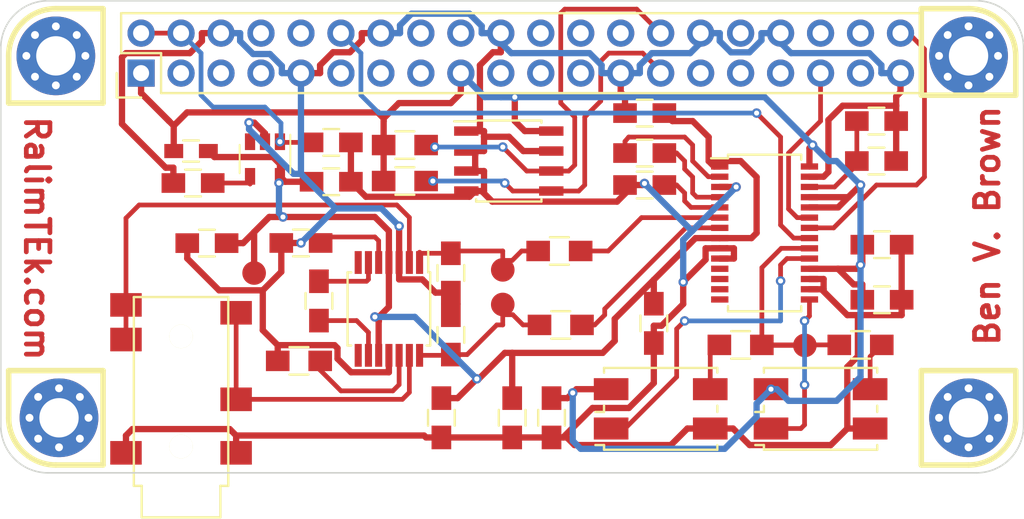
<source format=kicad_pcb>
(kicad_pcb (version 20171130) (host pcbnew "(5.1.12)-1")

  (general
    (thickness 1.6)
    (drawings 33)
    (tracks 494)
    (zones 0)
    (modules 43)
    (nets 30)
  )

  (page A4)
  (title_block
    (title "Raspberry Pi Hat Template")
    (date 2015-12-24)
    (rev 0.1)
    (company OpenFet)
    (comment 1 "Author: Julien")
    (comment 2 "License: CERN OHL V1.2")
  )

  (layers
    (0 F.Cu signal)
    (31 B.Cu signal)
    (32 B.Adhes user hide)
    (33 F.Adhes user hide)
    (34 B.Paste user hide)
    (35 F.Paste user hide)
    (36 B.SilkS user hide)
    (37 F.SilkS user hide)
    (38 B.Mask user hide)
    (39 F.Mask user hide)
    (40 Dwgs.User user hide)
    (41 Cmts.User user hide)
    (42 Eco1.User user hide)
    (43 Eco2.User user hide)
    (44 Edge.Cuts user)
    (45 Margin user hide)
    (46 B.CrtYd user hide)
    (47 F.CrtYd user hide)
    (48 B.Fab user hide)
    (49 F.Fab user hide)
  )

  (setup
    (last_trace_width 0.3)
    (user_trace_width 0.1)
    (user_trace_width 0.2)
    (user_trace_width 0.3)
    (user_trace_width 0.4)
    (user_trace_width 0.5)
    (user_trace_width 0.6)
    (user_trace_width 0.8)
    (user_trace_width 1)
    (trace_clearance 0.15)
    (zone_clearance 0.508)
    (zone_45_only yes)
    (trace_min 0.1)
    (via_size 0.6)
    (via_drill 0.32)
    (via_min_size 0.26)
    (via_min_drill 0.16)
    (user_via 0.6 0.32)
    (user_via 1.5 0.8)
    (uvia_size 0.508)
    (uvia_drill 0.127)
    (uvias_allowed no)
    (uvia_min_size 0.508)
    (uvia_min_drill 0.127)
    (edge_width 0.1)
    (segment_width 0.35)
    (pcb_text_width 0.3)
    (pcb_text_size 1.5 1.5)
    (mod_edge_width 0.15)
    (mod_text_size 1 1)
    (mod_text_width 0.15)
    (pad_size 1.2 1.2)
    (pad_drill 0.5)
    (pad_to_mask_clearance 0)
    (aux_axis_origin 0 0)
    (grid_origin 67.6 65.2)
    (visible_elements 7FFFFF7F)
    (pcbplotparams
      (layerselection 0x010f0_80000001)
      (usegerberextensions false)
      (usegerberattributes true)
      (usegerberadvancedattributes true)
      (creategerberjobfile true)
      (excludeedgelayer true)
      (linewidth 0.100000)
      (plotframeref false)
      (viasonmask false)
      (mode 1)
      (useauxorigin false)
      (hpglpennumber 1)
      (hpglpenspeed 20)
      (hpglpendiameter 15.000000)
      (psnegative false)
      (psa4output false)
      (plotreference true)
      (plotvalue true)
      (plotinvisibletext false)
      (padsonsilk false)
      (subtractmaskfromsilk false)
      (outputformat 1)
      (mirror false)
      (drillshape 0)
      (scaleselection 1)
      (outputdirectory "/home/mangokid/Desktop/hat_gerber/"))
  )

  (net 0 "")
  (net 1 GND)
  (net 2 VCC)
  (net 3 "Net-(C101-Pad1)")
  (net 4 "Net-(C103-Pad1)")
  (net 5 "Net-(C103-Pad2)")
  (net 6 /AVDD)
  (net 7 "Net-(C105-Pad2)")
  (net 8 VDD)
  (net 9 /BCK)
  (net 10 "Net-(J101-Pad27)")
  (net 11 "Net-(J101-Pad28)")
  (net 12 /LRCLK)
  (net 13 /DIN)
  (net 14 "Net-(R101-Pad1)")
  (net 15 "Net-(R102-Pad2)")
  (net 16 /24MHZ_EN)
  (net 17 /22MHZ_EN)
  (net 18 /SCK)
  (net 19 "Net-(R103-Pad1)")
  (net 20 "Net-(R104-Pad1)")
  (net 21 "Net-(C106-Pad1)")
  (net 22 "Net-(C107-Pad1)")
  (net 23 "Net-(C107-Pad2)")
  (net 24 /DAC_R)
  (net 25 /DAC_L)
  (net 26 /OUT_R)
  (net 27 /OUT_L)
  (net 28 "Net-(R107-Pad1)")
  (net 29 "Net-(C110-Pad1)")

  (net_class Default "This is the default net class."
    (clearance 0.15)
    (trace_width 0.3)
    (via_dia 0.6)
    (via_drill 0.32)
    (uvia_dia 0.508)
    (uvia_drill 0.127)
    (add_net /22MHZ_EN)
    (add_net /24MHZ_EN)
    (add_net /BCK)
    (add_net /DAC_L)
    (add_net /DAC_R)
    (add_net /DIN)
    (add_net /LRCLK)
    (add_net /OUT_L)
    (add_net /OUT_R)
    (add_net /SCK)
    (add_net "Net-(C101-Pad1)")
    (add_net "Net-(C103-Pad1)")
    (add_net "Net-(C103-Pad2)")
    (add_net "Net-(C105-Pad2)")
    (add_net "Net-(C106-Pad1)")
    (add_net "Net-(C107-Pad1)")
    (add_net "Net-(C107-Pad2)")
    (add_net "Net-(C110-Pad1)")
    (add_net "Net-(J101-Pad27)")
    (add_net "Net-(J101-Pad28)")
    (add_net "Net-(R101-Pad1)")
    (add_net "Net-(R102-Pad2)")
    (add_net "Net-(R103-Pad1)")
    (add_net "Net-(R104-Pad1)")
    (add_net "Net-(R107-Pad1)")
  )

  (net_class Power ""
    (clearance 0.15)
    (trace_width 0.4)
    (via_dia 0.6)
    (via_drill 0.32)
    (uvia_dia 0.508)
    (uvia_drill 0.127)
    (add_net /AVDD)
    (add_net GND)
    (add_net VCC)
    (add_net VDD)
  )

  (module Capacitors_SMD:C_0805_HandSoldering (layer F.Cu) (tedit 58475FCA) (tstamp 58475DBE)
    (at 93.752 49.884)
    (descr "Capacitor SMD 0805, hand soldering")
    (tags "capacitor 0805")
    (path /5846CA23)
    (attr smd)
    (fp_text reference C101 (at 0 -2.1) (layer F.SilkS) hide
      (effects (font (size 1 1) (thickness 0.15)))
    )
    (fp_text value 0.1u (at 0 2.1) (layer F.Fab) hide
      (effects (font (size 1 1) (thickness 0.15)))
    )
    (fp_line (start -0.5 0.85) (end 0.5 0.85) (layer F.SilkS) (width 0.15))
    (fp_line (start 0.5 -0.85) (end -0.5 -0.85) (layer F.SilkS) (width 0.15))
    (fp_line (start 2.3 -1) (end 2.3 1) (layer F.CrtYd) (width 0.05))
    (fp_line (start -2.3 -1) (end -2.3 1) (layer F.CrtYd) (width 0.05))
    (fp_line (start -2.3 1) (end 2.3 1) (layer F.CrtYd) (width 0.05))
    (fp_line (start -2.3 -1) (end 2.3 -1) (layer F.CrtYd) (width 0.05))
    (fp_line (start -1 -0.625) (end 1 -0.625) (layer F.Fab) (width 0.15))
    (fp_line (start 1 -0.625) (end 1 0.625) (layer F.Fab) (width 0.15))
    (fp_line (start 1 0.625) (end -1 0.625) (layer F.Fab) (width 0.15))
    (fp_line (start -1 0.625) (end -1 -0.625) (layer F.Fab) (width 0.15))
    (pad 1 smd rect (at -1.25 0) (size 1.5 1.25) (layers F.Cu F.Paste F.Mask)
      (net 3 "Net-(C101-Pad1)"))
    (pad 2 smd rect (at 1.25 0) (size 1.5 1.25) (layers F.Cu F.Paste F.Mask)
      (net 1 GND))
    (model Capacitors_SMD.3dshapes/C_0805_HandSoldering.wrl
      (at (xyz 0 0 0))
      (scale (xyz 1 1 1))
      (rotate (xyz 0 0 0))
    )
  )

  (module Capacitors_SMD:C_0805_HandSoldering (layer F.Cu) (tedit 58475FE8) (tstamp 58475DCE)
    (at 93.752 47.344)
    (descr "Capacitor SMD 0805, hand soldering")
    (tags "capacitor 0805")
    (path /5846C73E)
    (attr smd)
    (fp_text reference C102 (at 0 -2.1) (layer F.SilkS) hide
      (effects (font (size 1 1) (thickness 0.15)))
    )
    (fp_text value 0.1u (at 0 2.1) (layer F.Fab) hide
      (effects (font (size 1 1) (thickness 0.15)))
    )
    (fp_line (start -0.5 0.85) (end 0.5 0.85) (layer F.SilkS) (width 0.15))
    (fp_line (start 0.5 -0.85) (end -0.5 -0.85) (layer F.SilkS) (width 0.15))
    (fp_line (start 2.3 -1) (end 2.3 1) (layer F.CrtYd) (width 0.05))
    (fp_line (start -2.3 -1) (end -2.3 1) (layer F.CrtYd) (width 0.05))
    (fp_line (start -2.3 1) (end 2.3 1) (layer F.CrtYd) (width 0.05))
    (fp_line (start -2.3 -1) (end 2.3 -1) (layer F.CrtYd) (width 0.05))
    (fp_line (start -1 -0.625) (end 1 -0.625) (layer F.Fab) (width 0.15))
    (fp_line (start 1 -0.625) (end 1 0.625) (layer F.Fab) (width 0.15))
    (fp_line (start 1 0.625) (end -1 0.625) (layer F.Fab) (width 0.15))
    (fp_line (start -1 0.625) (end -1 -0.625) (layer F.Fab) (width 0.15))
    (pad 1 smd rect (at -1.25 0) (size 1.5 1.25) (layers F.Cu F.Paste F.Mask)
      (net 3 "Net-(C101-Pad1)"))
    (pad 2 smd rect (at 1.25 0) (size 1.5 1.25) (layers F.Cu F.Paste F.Mask)
      (net 1 GND))
    (model Capacitors_SMD.3dshapes/C_0805_HandSoldering.wrl
      (at (xyz 0 0 0))
      (scale (xyz 1 1 1))
      (rotate (xyz 0 0 0))
    )
  )

  (module Capacitors_SMD:C_0805_HandSoldering (layer F.Cu) (tedit 58476310) (tstamp 58475DDE)
    (at 79.02 49.376)
    (descr "Capacitor SMD 0805, hand soldering")
    (tags "capacitor 0805")
    (path /5846CD19)
    (attr smd)
    (fp_text reference C103 (at 0 -2.1) (layer F.SilkS) hide
      (effects (font (size 1 1) (thickness 0.15)))
    )
    (fp_text value 2.2uF (at 0 2.1) (layer F.Fab) hide
      (effects (font (size 1 1) (thickness 0.15)))
    )
    (fp_line (start -0.5 0.85) (end 0.5 0.85) (layer F.SilkS) (width 0.15))
    (fp_line (start 0.5 -0.85) (end -0.5 -0.85) (layer F.SilkS) (width 0.15))
    (fp_line (start 2.3 -1) (end 2.3 1) (layer F.CrtYd) (width 0.05))
    (fp_line (start -2.3 -1) (end -2.3 1) (layer F.CrtYd) (width 0.05))
    (fp_line (start -2.3 1) (end 2.3 1) (layer F.CrtYd) (width 0.05))
    (fp_line (start -2.3 -1) (end 2.3 -1) (layer F.CrtYd) (width 0.05))
    (fp_line (start -1 -0.625) (end 1 -0.625) (layer F.Fab) (width 0.15))
    (fp_line (start 1 -0.625) (end 1 0.625) (layer F.Fab) (width 0.15))
    (fp_line (start 1 0.625) (end -1 0.625) (layer F.Fab) (width 0.15))
    (fp_line (start -1 0.625) (end -1 -0.625) (layer F.Fab) (width 0.15))
    (pad 1 smd rect (at -1.25 0) (size 1.5 1.25) (layers F.Cu F.Paste F.Mask)
      (net 4 "Net-(C103-Pad1)"))
    (pad 2 smd rect (at 1.25 0) (size 1.5 1.25) (layers F.Cu F.Paste F.Mask)
      (net 5 "Net-(C103-Pad2)"))
    (model Capacitors_SMD.3dshapes/C_0805_HandSoldering.wrl
      (at (xyz 0 0 0))
      (scale (xyz 1 1 1))
      (rotate (xyz 0 0 0))
    )
  )

  (module Capacitors_SMD:C_0805_HandSoldering (layer F.Cu) (tedit 5847630C) (tstamp 58475DEE)
    (at 79.02 46.836 180)
    (descr "Capacitor SMD 0805, hand soldering")
    (tags "capacitor 0805")
    (path /5846CE30)
    (attr smd)
    (fp_text reference C104 (at 0 -2.1 180) (layer F.SilkS) hide
      (effects (font (size 1 1) (thickness 0.15)))
    )
    (fp_text value 2.2uF (at 0 2.1 180) (layer F.Fab) hide
      (effects (font (size 1 1) (thickness 0.15)))
    )
    (fp_line (start -0.5 0.85) (end 0.5 0.85) (layer F.SilkS) (width 0.15))
    (fp_line (start 0.5 -0.85) (end -0.5 -0.85) (layer F.SilkS) (width 0.15))
    (fp_line (start 2.3 -1) (end 2.3 1) (layer F.CrtYd) (width 0.05))
    (fp_line (start -2.3 -1) (end -2.3 1) (layer F.CrtYd) (width 0.05))
    (fp_line (start -2.3 1) (end 2.3 1) (layer F.CrtYd) (width 0.05))
    (fp_line (start -2.3 -1) (end 2.3 -1) (layer F.CrtYd) (width 0.05))
    (fp_line (start -1 -0.625) (end 1 -0.625) (layer F.Fab) (width 0.15))
    (fp_line (start 1 -0.625) (end 1 0.625) (layer F.Fab) (width 0.15))
    (fp_line (start 1 0.625) (end -1 0.625) (layer F.Fab) (width 0.15))
    (fp_line (start -1 0.625) (end -1 -0.625) (layer F.Fab) (width 0.15))
    (pad 1 smd rect (at -1.25 0 180) (size 1.5 1.25) (layers F.Cu F.Paste F.Mask)
      (net 6 /AVDD))
    (pad 2 smd rect (at 1.25 0 180) (size 1.5 1.25) (layers F.Cu F.Paste F.Mask)
      (net 1 GND))
    (model Capacitors_SMD.3dshapes/C_0805_HandSoldering.wrl
      (at (xyz 0 0 0))
      (scale (xyz 1 1 1))
      (rotate (xyz 0 0 0))
    )
  )

  (module Capacitors_SMD:C_0805_HandSoldering (layer F.Cu) (tedit 58476306) (tstamp 58475DFE)
    (at 79.02 51.408)
    (descr "Capacitor SMD 0805, hand soldering")
    (tags "capacitor 0805")
    (path /5846CDFB)
    (attr smd)
    (fp_text reference C105 (at 0 -2.1) (layer F.SilkS) hide
      (effects (font (size 1 1) (thickness 0.15)))
    )
    (fp_text value 2.2uF (at 0 2.1) (layer F.Fab) hide
      (effects (font (size 1 1) (thickness 0.15)))
    )
    (fp_line (start -0.5 0.85) (end 0.5 0.85) (layer F.SilkS) (width 0.15))
    (fp_line (start 0.5 -0.85) (end -0.5 -0.85) (layer F.SilkS) (width 0.15))
    (fp_line (start 2.3 -1) (end 2.3 1) (layer F.CrtYd) (width 0.05))
    (fp_line (start -2.3 -1) (end -2.3 1) (layer F.CrtYd) (width 0.05))
    (fp_line (start -2.3 1) (end 2.3 1) (layer F.CrtYd) (width 0.05))
    (fp_line (start -2.3 -1) (end 2.3 -1) (layer F.CrtYd) (width 0.05))
    (fp_line (start -1 -0.625) (end 1 -0.625) (layer F.Fab) (width 0.15))
    (fp_line (start 1 -0.625) (end 1 0.625) (layer F.Fab) (width 0.15))
    (fp_line (start 1 0.625) (end -1 0.625) (layer F.Fab) (width 0.15))
    (fp_line (start -1 0.625) (end -1 -0.625) (layer F.Fab) (width 0.15))
    (pad 1 smd rect (at -1.25 0) (size 1.5 1.25) (layers F.Cu F.Paste F.Mask)
      (net 1 GND))
    (pad 2 smd rect (at 1.25 0) (size 1.5 1.25) (layers F.Cu F.Paste F.Mask)
      (net 7 "Net-(C105-Pad2)"))
    (model Capacitors_SMD.3dshapes/C_0805_HandSoldering.wrl
      (at (xyz 0 0 0))
      (scale (xyz 1 1 1))
      (rotate (xyz 0 0 0))
    )
  )

  (module Pin_Headers:Pin_Header_Straight_2x20 locked (layer F.Cu) (tedit 58475DD8) (tstamp 5)
    (at 47.016 44.296 90)
    (descr "Through hole pin header")
    (tags "pin header")
    (path /5846B317)
    (fp_text reference J101 (at 0 -5.1 90) (layer F.SilkS) hide
      (effects (font (size 1 1) (thickness 0.15)))
    )
    (fp_text value RaspberryPi (at 0 -3.1 90) (layer F.Fab) hide
      (effects (font (size 1 1) (thickness 0.15)))
    )
    (fp_line (start -1.55 -1.55) (end -1.55 0) (layer F.SilkS) (width 0.15))
    (fp_line (start 1.27 1.27) (end -1.27 1.27) (layer F.SilkS) (width 0.15))
    (fp_line (start 1.27 -1.27) (end 1.27 1.27) (layer F.SilkS) (width 0.15))
    (fp_line (start 0 -1.55) (end -1.55 -1.55) (layer F.SilkS) (width 0.15))
    (fp_line (start 3.81 -1.27) (end 1.27 -1.27) (layer F.SilkS) (width 0.15))
    (fp_line (start 3.81 49.53) (end -1.27 49.53) (layer F.SilkS) (width 0.15))
    (fp_line (start -1.27 1.27) (end -1.27 49.53) (layer F.SilkS) (width 0.15))
    (fp_line (start 3.81 49.53) (end 3.81 -1.27) (layer F.SilkS) (width 0.15))
    (fp_line (start -1.75 50.05) (end 4.3 50.05) (layer F.CrtYd) (width 0.05))
    (fp_line (start -1.75 -1.75) (end 4.3 -1.75) (layer F.CrtYd) (width 0.05))
    (fp_line (start 4.3 -1.75) (end 4.3 50.05) (layer F.CrtYd) (width 0.05))
    (fp_line (start -1.75 -1.75) (end -1.75 50.05) (layer F.CrtYd) (width 0.05))
    (pad 1 thru_hole rect (at 0 0 90) (size 1.7272 1.7272) (drill 1.016) (layers *.Cu *.Mask)
      (net 8 VDD))
    (pad 2 thru_hole oval (at 2.54 0 90) (size 1.7272 1.7272) (drill 1.016) (layers *.Cu *.Mask)
      (net 2 VCC))
    (pad 3 thru_hole oval (at 0 2.54 90) (size 1.7272 1.7272) (drill 1.016) (layers *.Cu *.Mask))
    (pad 4 thru_hole oval (at 2.54 2.54 90) (size 1.7272 1.7272) (drill 1.016) (layers *.Cu *.Mask)
      (net 2 VCC))
    (pad 5 thru_hole oval (at 0 5.08 90) (size 1.7272 1.7272) (drill 1.016) (layers *.Cu *.Mask))
    (pad 6 thru_hole oval (at 2.54 5.08 90) (size 1.7272 1.7272) (drill 1.016) (layers *.Cu *.Mask)
      (net 1 GND))
    (pad 7 thru_hole oval (at 0 7.62 90) (size 1.7272 1.7272) (drill 1.016) (layers *.Cu *.Mask))
    (pad 8 thru_hole oval (at 2.54 7.62 90) (size 1.7272 1.7272) (drill 1.016) (layers *.Cu *.Mask))
    (pad 9 thru_hole oval (at 0 10.16 90) (size 1.7272 1.7272) (drill 1.016) (layers *.Cu *.Mask)
      (net 1 GND))
    (pad 10 thru_hole oval (at 2.54 10.16 90) (size 1.7272 1.7272) (drill 1.016) (layers *.Cu *.Mask))
    (pad 11 thru_hole oval (at 0 12.7 90) (size 1.7272 1.7272) (drill 1.016) (layers *.Cu *.Mask))
    (pad 12 thru_hole oval (at 2.54 12.7 90) (size 1.7272 1.7272) (drill 1.016) (layers *.Cu *.Mask)
      (net 9 /BCK))
    (pad 13 thru_hole oval (at 0 15.24 90) (size 1.7272 1.7272) (drill 1.016) (layers *.Cu *.Mask))
    (pad 14 thru_hole oval (at 2.54 15.24 90) (size 1.7272 1.7272) (drill 1.016) (layers *.Cu *.Mask)
      (net 1 GND))
    (pad 15 thru_hole oval (at 0 17.78 90) (size 1.7272 1.7272) (drill 1.016) (layers *.Cu *.Mask))
    (pad 16 thru_hole oval (at 2.54 17.78 90) (size 1.7272 1.7272) (drill 1.016) (layers *.Cu *.Mask))
    (pad 17 thru_hole oval (at 0 20.32 90) (size 1.7272 1.7272) (drill 1.016) (layers *.Cu *.Mask)
      (net 8 VDD))
    (pad 18 thru_hole oval (at 2.54 20.32 90) (size 1.7272 1.7272) (drill 1.016) (layers *.Cu *.Mask))
    (pad 19 thru_hole oval (at 0 22.86 90) (size 1.7272 1.7272) (drill 1.016) (layers *.Cu *.Mask))
    (pad 20 thru_hole oval (at 2.54 22.86 90) (size 1.7272 1.7272) (drill 1.016) (layers *.Cu *.Mask)
      (net 1 GND))
    (pad 21 thru_hole oval (at 0 25.4 90) (size 1.7272 1.7272) (drill 1.016) (layers *.Cu *.Mask))
    (pad 22 thru_hole oval (at 2.54 25.4 90) (size 1.7272 1.7272) (drill 1.016) (layers *.Cu *.Mask))
    (pad 23 thru_hole oval (at 0 27.94 90) (size 1.7272 1.7272) (drill 1.016) (layers *.Cu *.Mask))
    (pad 24 thru_hole oval (at 2.54 27.94 90) (size 1.7272 1.7272) (drill 1.016) (layers *.Cu *.Mask))
    (pad 25 thru_hole oval (at 0 30.48 90) (size 1.7272 1.7272) (drill 1.016) (layers *.Cu *.Mask)
      (net 1 GND))
    (pad 26 thru_hole oval (at 2.54 30.48 90) (size 1.7272 1.7272) (drill 1.016) (layers *.Cu *.Mask))
    (pad 27 thru_hole oval (at 0 33.02 90) (size 1.7272 1.7272) (drill 1.016) (layers *.Cu *.Mask)
      (net 10 "Net-(J101-Pad27)"))
    (pad 28 thru_hole oval (at 2.54 33.02 90) (size 1.7272 1.7272) (drill 1.016) (layers *.Cu *.Mask)
      (net 11 "Net-(J101-Pad28)"))
    (pad 29 thru_hole oval (at 0 35.56 90) (size 1.7272 1.7272) (drill 1.016) (layers *.Cu *.Mask))
    (pad 30 thru_hole oval (at 2.54 35.56 90) (size 1.7272 1.7272) (drill 1.016) (layers *.Cu *.Mask)
      (net 1 GND))
    (pad 31 thru_hole oval (at 0 38.1 90) (size 1.7272 1.7272) (drill 1.016) (layers *.Cu *.Mask))
    (pad 32 thru_hole oval (at 2.54 38.1 90) (size 1.7272 1.7272) (drill 1.016) (layers *.Cu *.Mask))
    (pad 33 thru_hole oval (at 0 40.64 90) (size 1.7272 1.7272) (drill 1.016) (layers *.Cu *.Mask))
    (pad 34 thru_hole oval (at 2.54 40.64 90) (size 1.7272 1.7272) (drill 1.016) (layers *.Cu *.Mask)
      (net 1 GND))
    (pad 35 thru_hole oval (at 0 43.18 90) (size 1.7272 1.7272) (drill 1.016) (layers *.Cu *.Mask)
      (net 12 /LRCLK))
    (pad 36 thru_hole oval (at 2.54 43.18 90) (size 1.7272 1.7272) (drill 1.016) (layers *.Cu *.Mask))
    (pad 37 thru_hole oval (at 0 45.72 90) (size 1.7272 1.7272) (drill 1.016) (layers *.Cu *.Mask))
    (pad 38 thru_hole oval (at 2.54 45.72 90) (size 1.7272 1.7272) (drill 1.016) (layers *.Cu *.Mask))
    (pad 39 thru_hole oval (at 0 48.26 90) (size 1.7272 1.7272) (drill 1.016) (layers *.Cu *.Mask)
      (net 1 GND))
    (pad 40 thru_hole oval (at 2.54 48.26 90) (size 1.7272 1.7272) (drill 1.016) (layers *.Cu *.Mask)
      (net 13 /DIN))
    (model Pin_Headers.3dshapes/Pin_Header_Straight_2x20.wrl
      (offset (xyz 1.269999980926514 -24.12999963760376 0))
      (scale (xyz 1 1 1))
      (rotate (xyz 0 0 90))
    )
  )

  (module Resistors_SMD:R_0805_HandSoldering (layer F.Cu) (tedit 58476312) (tstamp 5)
    (at 73.6 55.6 180)
    (descr "Resistor SMD 0805, hand soldering")
    (tags "resistor 0805")
    (path /5846C2AB)
    (attr smd)
    (fp_text reference R101 (at 0 -2.1 180) (layer F.SilkS) hide
      (effects (font (size 1 1) (thickness 0.15)))
    )
    (fp_text value 470 (at 0 2.1 180) (layer F.Fab) hide
      (effects (font (size 1 1) (thickness 0.15)))
    )
    (fp_line (start -0.6 -0.875) (end 0.6 -0.875) (layer F.SilkS) (width 0.15))
    (fp_line (start 0.6 0.875) (end -0.6 0.875) (layer F.SilkS) (width 0.15))
    (fp_line (start 2.4 -1) (end 2.4 1) (layer F.CrtYd) (width 0.05))
    (fp_line (start -2.4 -1) (end -2.4 1) (layer F.CrtYd) (width 0.05))
    (fp_line (start -2.4 1) (end 2.4 1) (layer F.CrtYd) (width 0.05))
    (fp_line (start -2.4 -1) (end 2.4 -1) (layer F.CrtYd) (width 0.05))
    (fp_line (start -1 -0.625) (end 1 -0.625) (layer F.Fab) (width 0.1))
    (fp_line (start 1 -0.625) (end 1 0.625) (layer F.Fab) (width 0.1))
    (fp_line (start 1 0.625) (end -1 0.625) (layer F.Fab) (width 0.1))
    (fp_line (start -1 0.625) (end -1 -0.625) (layer F.Fab) (width 0.1))
    (pad 1 smd rect (at -1.35 0 180) (size 1.5 1.3) (layers F.Cu F.Paste F.Mask)
      (net 14 "Net-(R101-Pad1)"))
    (pad 2 smd rect (at 1.35 0 180) (size 1.5 1.3) (layers F.Cu F.Paste F.Mask)
      (net 25 /DAC_L))
    (model Resistors_SMD.3dshapes/R_0805_HandSoldering.wrl
      (at (xyz 0 0 0))
      (scale (xyz 1 1 1))
      (rotate (xyz 0 0 0))
    )
  )

  (module Resistors_SMD:R_0805_HandSoldering (layer F.Cu) (tedit 58475FDC) (tstamp 5)
    (at 73.686 60.298)
    (descr "Resistor SMD 0805, hand soldering")
    (tags "resistor 0805")
    (path /5846C2F4)
    (attr smd)
    (fp_text reference R102 (at 0 -2.1) (layer F.SilkS) hide
      (effects (font (size 1 1) (thickness 0.15)))
    )
    (fp_text value 470 (at 0 2.1) (layer F.Fab) hide
      (effects (font (size 1 1) (thickness 0.15)))
    )
    (fp_line (start -0.6 -0.875) (end 0.6 -0.875) (layer F.SilkS) (width 0.15))
    (fp_line (start 0.6 0.875) (end -0.6 0.875) (layer F.SilkS) (width 0.15))
    (fp_line (start 2.4 -1) (end 2.4 1) (layer F.CrtYd) (width 0.05))
    (fp_line (start -2.4 -1) (end -2.4 1) (layer F.CrtYd) (width 0.05))
    (fp_line (start -2.4 1) (end 2.4 1) (layer F.CrtYd) (width 0.05))
    (fp_line (start -2.4 -1) (end 2.4 -1) (layer F.CrtYd) (width 0.05))
    (fp_line (start -1 -0.625) (end 1 -0.625) (layer F.Fab) (width 0.1))
    (fp_line (start 1 -0.625) (end 1 0.625) (layer F.Fab) (width 0.1))
    (fp_line (start 1 0.625) (end -1 0.625) (layer F.Fab) (width 0.1))
    (fp_line (start -1 0.625) (end -1 -0.625) (layer F.Fab) (width 0.1))
    (pad 1 smd rect (at -1.35 0) (size 1.5 1.3) (layers F.Cu F.Paste F.Mask)
      (net 24 /DAC_R))
    (pad 2 smd rect (at 1.35 0) (size 1.5 1.3) (layers F.Cu F.Paste F.Mask)
      (net 15 "Net-(R102-Pad2)"))
    (model Resistors_SMD.3dshapes/R_0805_HandSoldering.wrl
      (at (xyz 0 0 0))
      (scale (xyz 1 1 1))
      (rotate (xyz 0 0 0))
    )
  )

  (module Housings_SSOP:TSSOP-28_4.4x9.7mm_Pitch0.65mm (layer F.Cu) (tedit 5847621F) (tstamp 5)
    (at 86.64 54.456)
    (descr "TSSOP28: plastic thin shrink small outline package; 28 leads; body width 4.4 mm; (see NXP SSOP-TSSOP-VSO-REFLOW.pdf and sot361-1_po.pdf)")
    (tags "SSOP 0.65")
    (path /5846AEC0)
    (attr smd)
    (fp_text reference U101 (at 0 -5.9) (layer F.SilkS) hide
      (effects (font (size 1 1) (thickness 0.15)))
    )
    (fp_text value PCM5122 (at 0 5.9) (layer F.Fab) hide
      (effects (font (size 1 1) (thickness 0.15)))
    )
    (fp_line (start -2.325 -4.75) (end -3.4 -4.75) (layer F.SilkS) (width 0.15))
    (fp_line (start -2.325 4.975) (end 2.325 4.975) (layer F.SilkS) (width 0.15))
    (fp_line (start -2.325 -4.975) (end 2.325 -4.975) (layer F.SilkS) (width 0.15))
    (fp_line (start -2.325 4.975) (end -2.325 4.65) (layer F.SilkS) (width 0.15))
    (fp_line (start 2.325 4.975) (end 2.325 4.65) (layer F.SilkS) (width 0.15))
    (fp_line (start 2.325 -4.975) (end 2.325 -4.65) (layer F.SilkS) (width 0.15))
    (fp_line (start -2.325 -4.975) (end -2.325 -4.75) (layer F.SilkS) (width 0.15))
    (fp_line (start -3.65 5.15) (end 3.65 5.15) (layer F.CrtYd) (width 0.05))
    (fp_line (start -3.65 -5.15) (end 3.65 -5.15) (layer F.CrtYd) (width 0.05))
    (fp_line (start 3.65 -5.15) (end 3.65 5.15) (layer F.CrtYd) (width 0.05))
    (fp_line (start -3.65 -5.15) (end -3.65 5.15) (layer F.CrtYd) (width 0.05))
    (fp_line (start -2.2 -3.85) (end -1.2 -4.85) (layer F.Fab) (width 0.15))
    (fp_line (start -2.2 4.85) (end -2.2 -3.85) (layer F.Fab) (width 0.15))
    (fp_line (start 2.2 4.85) (end -2.2 4.85) (layer F.Fab) (width 0.15))
    (fp_line (start 2.2 -4.85) (end 2.2 4.85) (layer F.Fab) (width 0.15))
    (fp_line (start -1.2 -4.85) (end 2.2 -4.85) (layer F.Fab) (width 0.15))
    (pad 1 smd rect (at -2.85 -4.225) (size 1.1 0.4) (layers F.Cu F.Paste F.Mask)
      (net 6 /AVDD))
    (pad 2 smd rect (at -2.85 -3.575) (size 1.1 0.4) (layers F.Cu F.Paste F.Mask)
      (net 4 "Net-(C103-Pad1)"))
    (pad 3 smd rect (at -2.85 -2.925) (size 1.1 0.4) (layers F.Cu F.Paste F.Mask)
      (net 1 GND))
    (pad 4 smd rect (at -2.85 -2.275) (size 1.1 0.4) (layers F.Cu F.Paste F.Mask)
      (net 5 "Net-(C103-Pad2)"))
    (pad 5 smd rect (at -2.85 -1.625) (size 1.1 0.4) (layers F.Cu F.Paste F.Mask)
      (net 7 "Net-(C105-Pad2)"))
    (pad 6 smd rect (at -2.85 -0.975) (size 1.1 0.4) (layers F.Cu F.Paste F.Mask)
      (net 14 "Net-(R101-Pad1)"))
    (pad 7 smd rect (at -2.85 -0.325) (size 1.1 0.4) (layers F.Cu F.Paste F.Mask)
      (net 15 "Net-(R102-Pad2)"))
    (pad 8 smd rect (at -2.85 0.325) (size 1.1 0.4) (layers F.Cu F.Paste F.Mask)
      (net 6 /AVDD))
    (pad 9 smd rect (at -2.85 0.975) (size 1.1 0.4) (layers F.Cu F.Paste F.Mask)
      (net 1 GND))
    (pad 10 smd rect (at -2.85 1.625) (size 1.1 0.4) (layers F.Cu F.Paste F.Mask)
      (net 1 GND))
    (pad 11 smd rect (at -2.85 2.275) (size 1.1 0.4) (layers F.Cu F.Paste F.Mask))
    (pad 12 smd rect (at -2.85 2.925) (size 1.1 0.4) (layers F.Cu F.Paste F.Mask))
    (pad 13 smd rect (at -2.85 3.575) (size 1.1 0.4) (layers F.Cu F.Paste F.Mask))
    (pad 14 smd rect (at -2.85 4.225) (size 1.1 0.4) (layers F.Cu F.Paste F.Mask))
    (pad 15 smd rect (at 2.85 4.225) (size 1.1 0.4) (layers F.Cu F.Paste F.Mask)
      (net 16 /24MHZ_EN))
    (pad 16 smd rect (at 2.85 3.575) (size 1.1 0.4) (layers F.Cu F.Paste F.Mask)
      (net 1 GND))
    (pad 17 smd rect (at 2.85 2.925) (size 1.1 0.4) (layers F.Cu F.Paste F.Mask)
      (net 1 GND))
    (pad 18 smd rect (at 2.85 2.275) (size 1.1 0.4) (layers F.Cu F.Paste F.Mask)
      (net 8 VDD))
    (pad 19 smd rect (at 2.85 1.625) (size 1.1 0.4) (layers F.Cu F.Paste F.Mask)
      (net 17 /22MHZ_EN))
    (pad 20 smd rect (at 2.85 0.975) (size 1.1 0.4) (layers F.Cu F.Paste F.Mask)
      (net 18 /SCK))
    (pad 21 smd rect (at 2.85 0.325) (size 1.1 0.4) (layers F.Cu F.Paste F.Mask)
      (net 9 /BCK))
    (pad 22 smd rect (at 2.85 -0.325) (size 1.1 0.4) (layers F.Cu F.Paste F.Mask)
      (net 13 /DIN))
    (pad 23 smd rect (at 2.85 -0.975) (size 1.1 0.4) (layers F.Cu F.Paste F.Mask)
      (net 12 /LRCLK))
    (pad 24 smd rect (at 2.85 -1.625) (size 1.1 0.4) (layers F.Cu F.Paste F.Mask)
      (net 8 VDD))
    (pad 25 smd rect (at 2.85 -2.275) (size 1.1 0.4) (layers F.Cu F.Paste F.Mask)
      (net 8 VDD))
    (pad 26 smd rect (at 2.85 -2.925) (size 1.1 0.4) (layers F.Cu F.Paste F.Mask)
      (net 3 "Net-(C101-Pad1)"))
    (pad 27 smd rect (at 2.85 -3.575) (size 1.1 0.4) (layers F.Cu F.Paste F.Mask)
      (net 1 GND))
    (pad 28 smd rect (at 2.85 -4.225) (size 1.1 0.4) (layers F.Cu F.Paste F.Mask)
      (net 8 VDD))
    (model Housings_SSOP.3dshapes/TSSOP-28_4.4x9.7mm_Pitch0.65mm.wrl
      (at (xyz 0 0 0))
      (scale (xyz 1 1 1))
      (rotate (xyz 0 0 0))
    )
  )

  (module Housings_SOIC:SOIC-8_3.9x4.9mm_Pitch1.27mm (layer F.Cu) (tedit 58496006) (tstamp 58475EA2)
    (at 70.384 49.884)
    (descr "8-Lead Plastic Small Outline (SN) - Narrow, 3.90 mm Body [SOIC] (see Microchip Packaging Specification 00000049BS.pdf)")
    (tags "SOIC 1.27")
    (path /5846B29A)
    (attr smd)
    (fp_text reference U102 (at 0 -3.5) (layer F.SilkS) hide
      (effects (font (size 1 1) (thickness 0.15)))
    )
    (fp_text value 24C16 (at 0 3.5) (layer F.Fab) hide
      (effects (font (size 1 1) (thickness 0.15)))
    )
    (fp_line (start -2.075 -2.525) (end -3.475 -2.525) (layer F.SilkS) (width 0.15))
    (fp_line (start -2.075 2.575) (end 2.075 2.575) (layer F.SilkS) (width 0.15))
    (fp_line (start -2.075 -2.575) (end 2.075 -2.575) (layer F.SilkS) (width 0.15))
    (fp_line (start -2.075 2.575) (end -2.075 2.43) (layer F.SilkS) (width 0.15))
    (fp_line (start 2.075 2.575) (end 2.075 2.43) (layer F.SilkS) (width 0.15))
    (fp_line (start 2.075 -2.575) (end 2.075 -2.43) (layer F.SilkS) (width 0.15))
    (fp_line (start -2.075 -2.575) (end -2.075 -2.525) (layer F.SilkS) (width 0.15))
    (fp_line (start -3.75 2.75) (end 3.75 2.75) (layer F.CrtYd) (width 0.05))
    (fp_line (start -3.75 -2.75) (end 3.75 -2.75) (layer F.CrtYd) (width 0.05))
    (fp_line (start 3.75 -2.75) (end 3.75 2.75) (layer F.CrtYd) (width 0.05))
    (fp_line (start -3.75 -2.75) (end -3.75 2.75) (layer F.CrtYd) (width 0.05))
    (fp_line (start -1.95 -1.45) (end -0.95 -2.45) (layer F.Fab) (width 0.15))
    (fp_line (start -1.95 2.45) (end -1.95 -1.45) (layer F.Fab) (width 0.15))
    (fp_line (start 1.95 2.45) (end -1.95 2.45) (layer F.Fab) (width 0.15))
    (fp_line (start 1.95 -2.45) (end 1.95 2.45) (layer F.Fab) (width 0.15))
    (fp_line (start -0.95 -2.45) (end 1.95 -2.45) (layer F.Fab) (width 0.15))
    (pad 1 smd rect (at -2.7 -1.905) (size 1.55 0.6) (layers F.Cu F.Paste F.Mask)
      (net 1 GND))
    (pad 2 smd rect (at -2.7 -0.635) (size 1.55 0.6) (layers F.Cu F.Paste F.Mask)
      (net 1 GND))
    (pad 3 smd rect (at -2.7 0.635) (size 1.55 0.6) (layers F.Cu F.Paste F.Mask)
      (net 1 GND))
    (pad 4 smd rect (at -2.7 1.905) (size 1.55 0.6) (layers F.Cu F.Paste F.Mask)
      (net 1 GND))
    (pad 5 smd rect (at 2.7 1.905) (size 1.55 0.6) (layers F.Cu F.Paste F.Mask)
      (net 10 "Net-(J101-Pad27)"))
    (pad 6 smd rect (at 2.7 0.635) (size 1.55 0.6) (layers F.Cu F.Paste F.Mask)
      (net 11 "Net-(J101-Pad28)"))
    (pad 7 smd rect (at 2.7 -0.635) (size 1.55 0.6) (layers F.Cu F.Paste F.Mask)
      (net 1 GND))
    (pad 8 smd rect (at 2.7 -1.905) (size 1.55 0.6) (layers F.Cu F.Paste F.Mask)
      (net 8 VDD))
    (model Housings_SOIC.3dshapes/SOIC-8_3.9x4.9mm_Pitch1.27mm.wrl
      (at (xyz 0 0 0))
      (scale (xyz 1 1 1))
      (rotate (xyz 0 0 0))
    )
  )

  (module crystals:Crystal_SMD_7050_4Pads (layer F.Cu) (tedit 58475FCE) (tstamp 58475EBC)
    (at 90.196 65.632)
    (descr "Ceramic SMD crystal, 7.0x5.0mm, 4 Pads")
    (tags "crystal oscillator quartz SMD SMT 7050")
    (path /5846D638)
    (attr smd)
    (fp_text reference X101 (at 0 -4) (layer F.SilkS) hide
      (effects (font (size 1 1) (thickness 0.15)))
    )
    (fp_text value 24.576MHz (at 0 4) (layer F.Fab)
      (effects (font (size 1 1) (thickness 0.15)))
    )
    (fp_line (start 4.75 -3.1) (end 4.75 3.1) (layer F.CrtYd) (width 0.05))
    (fp_line (start 4.75 3.1) (end -4.75 3.1) (layer F.CrtYd) (width 0.05))
    (fp_line (start -3.6 0.2) (end -3.6 -0.2) (layer F.SilkS) (width 0.15))
    (fp_line (start 3.6 0.2) (end 3.6 -0.2) (layer F.SilkS) (width 0.15))
    (fp_line (start -3.6 -2.6) (end 3.6 -2.6) (layer F.SilkS) (width 0.15))
    (fp_line (start 4.75 -3.1) (end -4.75 -3.1) (layer F.CrtYd) (width 0.05))
    (fp_line (start -4.75 -3.1) (end -4.75 3.1) (layer F.CrtYd) (width 0.05))
    (fp_line (start -3.6 0.2) (end -4.15 0.2) (layer F.SilkS) (width 0.15))
    (fp_line (start -3.6 2.6) (end 3.6 2.6) (layer F.SilkS) (width 0.15))
    (fp_line (start -3.6 2.6) (end -3.6 2.3) (layer F.SilkS) (width 0.15))
    (fp_line (start -3.6 -2.6) (end -3.6 -2.3) (layer F.SilkS) (width 0.15))
    (fp_line (start 3.6 -2.6) (end 3.6 -2.3) (layer F.SilkS) (width 0.15))
    (fp_line (start 3.6 2.6) (end 3.6 2.3) (layer F.SilkS) (width 0.15))
    (fp_line (start -3.6 2.3) (end -4.15 2.3) (layer F.SilkS) (width 0.15))
    (fp_line (start -3.5 -2.5) (end 3.5 -2.5) (layer F.Fab) (width 0.15))
    (fp_line (start 3.5 -2.5) (end 3.5 2.5) (layer F.Fab) (width 0.15))
    (fp_line (start 3.5 2.5) (end -3.5 2.5) (layer F.Fab) (width 0.15))
    (fp_line (start -3.5 2.5) (end -3.5 -2.5) (layer F.Fab) (width 0.15))
    (pad 1 smd rect (at -3.15 1.25) (size 2.2 1.4) (layers F.Cu F.Paste F.Mask)
      (net 16 /24MHZ_EN))
    (pad 2 smd rect (at 3.15 1.25) (size 2.2 1.4) (layers F.Cu F.Paste F.Mask)
      (net 1 GND))
    (pad 3 smd rect (at 3.15 -1.25) (size 2.2 1.4) (layers F.Cu F.Paste F.Mask)
      (net 19 "Net-(R103-Pad1)"))
    (pad 4 smd rect (at -3.15 -1.25) (size 2.2 1.4) (layers F.Cu F.Paste F.Mask)
      (net 8 VDD))
  )

  (module crystals:Crystal_SMD_7050_4Pads (layer F.Cu) (tedit 58475FD1) (tstamp 58475ED6)
    (at 80.036 65.632)
    (descr "Ceramic SMD crystal, 7.0x5.0mm, 4 Pads")
    (tags "crystal oscillator quartz SMD SMT 7050")
    (path /5846D797)
    (attr smd)
    (fp_text reference X102 (at 0 -4) (layer F.SilkS) hide
      (effects (font (size 1 1) (thickness 0.15)))
    )
    (fp_text value 22.5792MHz (at 0 4) (layer F.Fab)
      (effects (font (size 1 1) (thickness 0.15)))
    )
    (fp_line (start 4.75 -3.1) (end 4.75 3.1) (layer F.CrtYd) (width 0.05))
    (fp_line (start 4.75 3.1) (end -4.75 3.1) (layer F.CrtYd) (width 0.05))
    (fp_line (start -3.6 0.2) (end -3.6 -0.2) (layer F.SilkS) (width 0.15))
    (fp_line (start 3.6 0.2) (end 3.6 -0.2) (layer F.SilkS) (width 0.15))
    (fp_line (start -3.6 -2.6) (end 3.6 -2.6) (layer F.SilkS) (width 0.15))
    (fp_line (start 4.75 -3.1) (end -4.75 -3.1) (layer F.CrtYd) (width 0.05))
    (fp_line (start -4.75 -3.1) (end -4.75 3.1) (layer F.CrtYd) (width 0.05))
    (fp_line (start -3.6 0.2) (end -4.15 0.2) (layer F.SilkS) (width 0.15))
    (fp_line (start -3.6 2.6) (end 3.6 2.6) (layer F.SilkS) (width 0.15))
    (fp_line (start -3.6 2.6) (end -3.6 2.3) (layer F.SilkS) (width 0.15))
    (fp_line (start -3.6 -2.6) (end -3.6 -2.3) (layer F.SilkS) (width 0.15))
    (fp_line (start 3.6 -2.6) (end 3.6 -2.3) (layer F.SilkS) (width 0.15))
    (fp_line (start 3.6 2.6) (end 3.6 2.3) (layer F.SilkS) (width 0.15))
    (fp_line (start -3.6 2.3) (end -4.15 2.3) (layer F.SilkS) (width 0.15))
    (fp_line (start -3.5 -2.5) (end 3.5 -2.5) (layer F.Fab) (width 0.15))
    (fp_line (start 3.5 -2.5) (end 3.5 2.5) (layer F.Fab) (width 0.15))
    (fp_line (start 3.5 2.5) (end -3.5 2.5) (layer F.Fab) (width 0.15))
    (fp_line (start -3.5 2.5) (end -3.5 -2.5) (layer F.Fab) (width 0.15))
    (pad 1 smd rect (at -3.15 1.25) (size 2.2 1.4) (layers F.Cu F.Paste F.Mask)
      (net 17 /22MHZ_EN))
    (pad 2 smd rect (at 3.15 1.25) (size 2.2 1.4) (layers F.Cu F.Paste F.Mask)
      (net 1 GND))
    (pad 3 smd rect (at 3.15 -1.25) (size 2.2 1.4) (layers F.Cu F.Paste F.Mask)
      (net 20 "Net-(R104-Pad1)"))
    (pad 4 smd rect (at -3.15 -1.25) (size 2.2 1.4) (layers F.Cu F.Paste F.Mask)
      (net 8 VDD))
  )

  (module Resistors_SMD:R_0805_HandSoldering (layer F.Cu) (tedit 58476223) (tstamp 58476505)
    (at 92.736 61.568 180)
    (descr "Resistor SMD 0805, hand soldering")
    (tags "resistor 0805")
    (path /584767C1)
    (attr smd)
    (fp_text reference R103 (at 0 -2.1 180) (layer F.SilkS) hide
      (effects (font (size 1 1) (thickness 0.15)))
    )
    (fp_text value 470 (at 0 2.1 180) (layer F.Fab) hide
      (effects (font (size 1 1) (thickness 0.15)))
    )
    (fp_line (start -0.6 -0.875) (end 0.6 -0.875) (layer F.SilkS) (width 0.15))
    (fp_line (start 0.6 0.875) (end -0.6 0.875) (layer F.SilkS) (width 0.15))
    (fp_line (start 2.4 -1) (end 2.4 1) (layer F.CrtYd) (width 0.05))
    (fp_line (start -2.4 -1) (end -2.4 1) (layer F.CrtYd) (width 0.05))
    (fp_line (start -2.4 1) (end 2.4 1) (layer F.CrtYd) (width 0.05))
    (fp_line (start -2.4 -1) (end 2.4 -1) (layer F.CrtYd) (width 0.05))
    (fp_line (start -1 -0.625) (end 1 -0.625) (layer F.Fab) (width 0.1))
    (fp_line (start 1 -0.625) (end 1 0.625) (layer F.Fab) (width 0.1))
    (fp_line (start 1 0.625) (end -1 0.625) (layer F.Fab) (width 0.1))
    (fp_line (start -1 0.625) (end -1 -0.625) (layer F.Fab) (width 0.1))
    (pad 1 smd rect (at -1.35 0 180) (size 1.5 1.3) (layers F.Cu F.Paste F.Mask)
      (net 19 "Net-(R103-Pad1)"))
    (pad 2 smd rect (at 1.35 0 180) (size 1.5 1.3) (layers F.Cu F.Paste F.Mask)
      (net 18 /SCK))
    (model Resistors_SMD.3dshapes/R_0805_HandSoldering.wrl
      (at (xyz 0 0 0))
      (scale (xyz 1 1 1))
      (rotate (xyz 0 0 0))
    )
  )

  (module Resistors_SMD:R_0805_HandSoldering (layer F.Cu) (tedit 5847622B) (tstamp 58476515)
    (at 85.116 61.568)
    (descr "Resistor SMD 0805, hand soldering")
    (tags "resistor 0805")
    (path /58476D0B)
    (attr smd)
    (fp_text reference R104 (at 0 -2.1) (layer F.SilkS) hide
      (effects (font (size 1 1) (thickness 0.15)))
    )
    (fp_text value 470 (at 0 2.1) (layer F.Fab) hide
      (effects (font (size 1 1) (thickness 0.15)))
    )
    (fp_line (start -0.6 -0.875) (end 0.6 -0.875) (layer F.SilkS) (width 0.15))
    (fp_line (start 0.6 0.875) (end -0.6 0.875) (layer F.SilkS) (width 0.15))
    (fp_line (start 2.4 -1) (end 2.4 1) (layer F.CrtYd) (width 0.05))
    (fp_line (start -2.4 -1) (end -2.4 1) (layer F.CrtYd) (width 0.05))
    (fp_line (start -2.4 1) (end 2.4 1) (layer F.CrtYd) (width 0.05))
    (fp_line (start -2.4 -1) (end 2.4 -1) (layer F.CrtYd) (width 0.05))
    (fp_line (start -1 -0.625) (end 1 -0.625) (layer F.Fab) (width 0.1))
    (fp_line (start 1 -0.625) (end 1 0.625) (layer F.Fab) (width 0.1))
    (fp_line (start 1 0.625) (end -1 0.625) (layer F.Fab) (width 0.1))
    (fp_line (start -1 0.625) (end -1 -0.625) (layer F.Fab) (width 0.1))
    (pad 1 smd rect (at -1.35 0) (size 1.5 1.3) (layers F.Cu F.Paste F.Mask)
      (net 20 "Net-(R104-Pad1)"))
    (pad 2 smd rect (at 1.35 0) (size 1.5 1.3) (layers F.Cu F.Paste F.Mask)
      (net 18 /SCK))
    (model Resistors_SMD.3dshapes/R_0805_HandSoldering.wrl
      (at (xyz 0 0 0))
      (scale (xyz 1 1 1))
      (rotate (xyz 0 0 0))
    )
  )

  (module Resistors_SMD:R_0805_HandSoldering (layer F.Cu) (tedit 584765BD) (tstamp 584769D3)
    (at 63.78 51.154 180)
    (descr "Resistor SMD 0805, hand soldering")
    (tags "resistor 0805")
    (path /584772B1)
    (attr smd)
    (fp_text reference R105 (at 0 -2.1 180) (layer F.SilkS) hide
      (effects (font (size 1 1) (thickness 0.15)))
    )
    (fp_text value 4k (at 0 2.1 180) (layer F.Fab) hide
      (effects (font (size 1 1) (thickness 0.15)))
    )
    (fp_line (start -0.6 -0.875) (end 0.6 -0.875) (layer F.SilkS) (width 0.15))
    (fp_line (start 0.6 0.875) (end -0.6 0.875) (layer F.SilkS) (width 0.15))
    (fp_line (start 2.4 -1) (end 2.4 1) (layer F.CrtYd) (width 0.05))
    (fp_line (start -2.4 -1) (end -2.4 1) (layer F.CrtYd) (width 0.05))
    (fp_line (start -2.4 1) (end 2.4 1) (layer F.CrtYd) (width 0.05))
    (fp_line (start -2.4 -1) (end 2.4 -1) (layer F.CrtYd) (width 0.05))
    (fp_line (start -1 -0.625) (end 1 -0.625) (layer F.Fab) (width 0.1))
    (fp_line (start 1 -0.625) (end 1 0.625) (layer F.Fab) (width 0.1))
    (fp_line (start 1 0.625) (end -1 0.625) (layer F.Fab) (width 0.1))
    (fp_line (start -1 0.625) (end -1 -0.625) (layer F.Fab) (width 0.1))
    (pad 1 smd rect (at -1.35 0 180) (size 1.5 1.3) (layers F.Cu F.Paste F.Mask)
      (net 10 "Net-(J101-Pad27)"))
    (pad 2 smd rect (at 1.35 0 180) (size 1.5 1.3) (layers F.Cu F.Paste F.Mask)
      (net 8 VDD))
    (model Resistors_SMD.3dshapes/R_0805_HandSoldering.wrl
      (at (xyz 0 0 0))
      (scale (xyz 1 1 1))
      (rotate (xyz 0 0 0))
    )
  )

  (module Resistors_SMD:R_0805_HandSoldering (layer F.Cu) (tedit 584765BA) (tstamp 7FFFFFFF)
    (at 63.78 48.868 180)
    (descr "Resistor SMD 0805, hand soldering")
    (tags "resistor 0805")
    (path /584774B4)
    (attr smd)
    (fp_text reference R106 (at 0 -2.1 180) (layer F.SilkS) hide
      (effects (font (size 1 1) (thickness 0.15)))
    )
    (fp_text value 4k (at 0 2.1 180) (layer F.Fab) hide
      (effects (font (size 1 1) (thickness 0.15)))
    )
    (fp_line (start -0.6 -0.875) (end 0.6 -0.875) (layer F.SilkS) (width 0.15))
    (fp_line (start 0.6 0.875) (end -0.6 0.875) (layer F.SilkS) (width 0.15))
    (fp_line (start 2.4 -1) (end 2.4 1) (layer F.CrtYd) (width 0.05))
    (fp_line (start -2.4 -1) (end -2.4 1) (layer F.CrtYd) (width 0.05))
    (fp_line (start -2.4 1) (end 2.4 1) (layer F.CrtYd) (width 0.05))
    (fp_line (start -2.4 -1) (end 2.4 -1) (layer F.CrtYd) (width 0.05))
    (fp_line (start -1 -0.625) (end 1 -0.625) (layer F.Fab) (width 0.1))
    (fp_line (start 1 -0.625) (end 1 0.625) (layer F.Fab) (width 0.1))
    (fp_line (start 1 0.625) (end -1 0.625) (layer F.Fab) (width 0.1))
    (fp_line (start -1 0.625) (end -1 -0.625) (layer F.Fab) (width 0.1))
    (pad 1 smd rect (at -1.35 0 180) (size 1.5 1.3) (layers F.Cu F.Paste F.Mask)
      (net 11 "Net-(J101-Pad28)"))
    (pad 2 smd rect (at 1.35 0 180) (size 1.5 1.3) (layers F.Cu F.Paste F.Mask)
      (net 8 VDD))
    (model Resistors_SMD.3dshapes/R_0805_HandSoldering.wrl
      (at (xyz 0 0 0))
      (scale (xyz 1 1 1))
      (rotate (xyz 0 0 0))
    )
  )

  (module Capacitors_SMD:C_0805_HandSoldering (layer F.Cu) (tedit 58491EBB) (tstamp 5)
    (at 57.176 55.091 180)
    (descr "Capacitor SMD 0805, hand soldering")
    (tags "capacitor 0805")
    (path /58493FE5)
    (attr smd)
    (fp_text reference C106 (at 0 -2.1 180) (layer F.SilkS) hide
      (effects (font (size 1 1) (thickness 0.15)))
    )
    (fp_text value 0.1u (at 0 2.1 180) (layer F.Fab) hide
      (effects (font (size 1 1) (thickness 0.15)))
    )
    (fp_line (start -0.5 0.85) (end 0.5 0.85) (layer F.SilkS) (width 0.15))
    (fp_line (start 0.5 -0.85) (end -0.5 -0.85) (layer F.SilkS) (width 0.15))
    (fp_line (start 2.3 -1) (end 2.3 1) (layer F.CrtYd) (width 0.05))
    (fp_line (start -2.3 -1) (end -2.3 1) (layer F.CrtYd) (width 0.05))
    (fp_line (start -2.3 1) (end 2.3 1) (layer F.CrtYd) (width 0.05))
    (fp_line (start -2.3 -1) (end 2.3 -1) (layer F.CrtYd) (width 0.05))
    (fp_line (start -1 -0.625) (end 1 -0.625) (layer F.Fab) (width 0.15))
    (fp_line (start 1 -0.625) (end 1 0.625) (layer F.Fab) (width 0.15))
    (fp_line (start 1 0.625) (end -1 0.625) (layer F.Fab) (width 0.15))
    (fp_line (start -1 0.625) (end -1 -0.625) (layer F.Fab) (width 0.15))
    (pad 1 smd rect (at -1.25 0 180) (size 1.5 1.25) (layers F.Cu F.Paste F.Mask)
      (net 21 "Net-(C106-Pad1)"))
    (pad 2 smd rect (at 1.25 0 180) (size 1.5 1.25) (layers F.Cu F.Paste F.Mask)
      (net 1 GND))
    (model Capacitors_SMD.3dshapes/C_0805_HandSoldering.wrl
      (at (xyz 0 0 0))
      (scale (xyz 1 1 1))
      (rotate (xyz 0 0 0))
    )
  )

  (module Capacitors_SMD:C_0805_HandSoldering (layer F.Cu) (tedit 5) (tstamp 58491E8F)
    (at 58.319 58.774 90)
    (descr "Capacitor SMD 0805, hand soldering")
    (tags "capacitor 0805")
    (path /5849330A)
    (attr smd)
    (fp_text reference C107 (at 0 -2.1 90) (layer F.SilkS) hide
      (effects (font (size 1 1) (thickness 0.15)))
    )
    (fp_text value 0.1u (at 0 2.1 90) (layer F.Fab) hide
      (effects (font (size 1 1) (thickness 0.15)))
    )
    (fp_line (start -0.5 0.85) (end 0.5 0.85) (layer F.SilkS) (width 0.15))
    (fp_line (start 0.5 -0.85) (end -0.5 -0.85) (layer F.SilkS) (width 0.15))
    (fp_line (start 2.3 -1) (end 2.3 1) (layer F.CrtYd) (width 0.05))
    (fp_line (start -2.3 -1) (end -2.3 1) (layer F.CrtYd) (width 0.05))
    (fp_line (start -2.3 1) (end 2.3 1) (layer F.CrtYd) (width 0.05))
    (fp_line (start -2.3 -1) (end 2.3 -1) (layer F.CrtYd) (width 0.05))
    (fp_line (start -1 -0.625) (end 1 -0.625) (layer F.Fab) (width 0.15))
    (fp_line (start 1 -0.625) (end 1 0.625) (layer F.Fab) (width 0.15))
    (fp_line (start 1 0.625) (end -1 0.625) (layer F.Fab) (width 0.15))
    (fp_line (start -1 0.625) (end -1 -0.625) (layer F.Fab) (width 0.15))
    (pad 1 smd rect (at -1.25 0 90) (size 1.5 1.25) (layers F.Cu F.Paste F.Mask)
      (net 22 "Net-(C107-Pad1)"))
    (pad 2 smd rect (at 1.25 0 90) (size 1.5 1.25) (layers F.Cu F.Paste F.Mask)
      (net 23 "Net-(C107-Pad2)"))
    (model Capacitors_SMD.3dshapes/C_0805_HandSoldering.wrl
      (at (xyz 0 0 0))
      (scale (xyz 1 1 1))
      (rotate (xyz 0 0 0))
    )
  )

  (module Capacitors_SMD:C_0805_HandSoldering (layer F.Cu) (tedit 58491EB1) (tstamp 5)
    (at 66.701 60.933 270)
    (descr "Capacitor SMD 0805, hand soldering")
    (tags "capacitor 0805")
    (path /58495316)
    (attr smd)
    (fp_text reference C108 (at 0 -2.1 270) (layer F.SilkS) hide
      (effects (font (size 1 1) (thickness 0.15)))
    )
    (fp_text value - (at 0 2.1 270) (layer F.Fab)
      (effects (font (size 1 1) (thickness 0.15)))
    )
    (fp_line (start -0.5 0.85) (end 0.5 0.85) (layer F.SilkS) (width 0.15))
    (fp_line (start 0.5 -0.85) (end -0.5 -0.85) (layer F.SilkS) (width 0.15))
    (fp_line (start 2.3 -1) (end 2.3 1) (layer F.CrtYd) (width 0.05))
    (fp_line (start -2.3 -1) (end -2.3 1) (layer F.CrtYd) (width 0.05))
    (fp_line (start -2.3 1) (end 2.3 1) (layer F.CrtYd) (width 0.05))
    (fp_line (start -2.3 -1) (end 2.3 -1) (layer F.CrtYd) (width 0.05))
    (fp_line (start -1 -0.625) (end 1 -0.625) (layer F.Fab) (width 0.15))
    (fp_line (start 1 -0.625) (end 1 0.625) (layer F.Fab) (width 0.15))
    (fp_line (start 1 0.625) (end -1 0.625) (layer F.Fab) (width 0.15))
    (fp_line (start -1 0.625) (end -1 -0.625) (layer F.Fab) (width 0.15))
    (pad 1 smd rect (at -1.25 0 270) (size 1.5 1.25) (layers F.Cu F.Paste F.Mask)
      (net 1 GND))
    (pad 2 smd rect (at 1.25 0 270) (size 1.5 1.25) (layers F.Cu F.Paste F.Mask)
      (net 24 /DAC_R))
    (model Capacitors_SMD.3dshapes/C_0805_HandSoldering.wrl
      (at (xyz 0 0 0))
      (scale (xyz 1 1 1))
      (rotate (xyz 0 0 0))
    )
  )

  (module Capacitors_SMD:C_0805_HandSoldering (layer F.Cu) (tedit 5) (tstamp 58491E9B)
    (at 66.701 56.996 270)
    (descr "Capacitor SMD 0805, hand soldering")
    (tags "capacitor 0805")
    (path /584952A0)
    (attr smd)
    (fp_text reference C109 (at 0 -2.1 270) (layer F.SilkS) hide
      (effects (font (size 1 1) (thickness 0.15)))
    )
    (fp_text value - (at 0 2.1 270) (layer F.Fab)
      (effects (font (size 1 1) (thickness 0.15)))
    )
    (fp_line (start -0.5 0.85) (end 0.5 0.85) (layer F.SilkS) (width 0.15))
    (fp_line (start 0.5 -0.85) (end -0.5 -0.85) (layer F.SilkS) (width 0.15))
    (fp_line (start 2.3 -1) (end 2.3 1) (layer F.CrtYd) (width 0.05))
    (fp_line (start -2.3 -1) (end -2.3 1) (layer F.CrtYd) (width 0.05))
    (fp_line (start -2.3 1) (end 2.3 1) (layer F.CrtYd) (width 0.05))
    (fp_line (start -2.3 -1) (end 2.3 -1) (layer F.CrtYd) (width 0.05))
    (fp_line (start -1 -0.625) (end 1 -0.625) (layer F.Fab) (width 0.15))
    (fp_line (start 1 -0.625) (end 1 0.625) (layer F.Fab) (width 0.15))
    (fp_line (start 1 0.625) (end -1 0.625) (layer F.Fab) (width 0.15))
    (fp_line (start -1 0.625) (end -1 -0.625) (layer F.Fab) (width 0.15))
    (pad 1 smd rect (at -1.25 0 270) (size 1.5 1.25) (layers F.Cu F.Paste F.Mask)
      (net 25 /DAC_L))
    (pad 2 smd rect (at 1.25 0 270) (size 1.5 1.25) (layers F.Cu F.Paste F.Mask)
      (net 1 GND))
    (model Capacitors_SMD.3dshapes/C_0805_HandSoldering.wrl
      (at (xyz 0 0 0))
      (scale (xyz 1 1 1))
      (rotate (xyz 0 0 0))
    )
  )

  (module Connect:PJ311_6pin_3.5mm_SMD_Jack (layer F.Cu) (tedit 58495F84) (tstamp 58491EA7)
    (at 49.556 63.727 180)
    (descr "PJ311 6pin SMD 3.5mm stereo headphones jack.")
    (tags "headphones jack plug stereo 3.5mm PJ311")
    (path /584943D7)
    (attr smd)
    (fp_text reference J102 (at 0 -10.61 180) (layer F.SilkS) hide
      (effects (font (size 1 1) (thickness 0.15)))
    )
    (fp_text value JACK_TRS_6PINS (at 0 7.17 180) (layer F.Fab) hide
      (effects (font (size 1 1) (thickness 0.15)))
    )
    (fp_line (start -2.5 -8.8) (end -2.5 -6.8) (layer F.SilkS) (width 0.15))
    (fp_line (start 2.5 -8.8) (end -2.5 -8.8) (layer F.SilkS) (width 0.15))
    (fp_line (start 2.5 -6.8) (end 2.5 -8.8) (layer F.SilkS) (width 0.15))
    (fp_line (start 2.5 -6.8) (end 3 -6.8) (layer F.SilkS) (width 0.15))
    (fp_line (start -2.5 -6.8) (end -3 -6.8) (layer F.SilkS) (width 0.15))
    (fp_line (start 3 -6.8) (end 3 5.2) (layer F.SilkS) (width 0.15))
    (fp_line (start -3 -6.8) (end -3 5.2) (layer F.SilkS) (width 0.15))
    (fp_line (start 3 5.2) (end -3 5.2) (layer F.SilkS) (width 0.15))
    (fp_line (start 4.55 5.5) (end -4.55 5.5) (layer F.CrtYd) (width 0.05))
    (fp_line (start -4.55 -8.9) (end -4.55 5.5) (layer F.CrtYd) (width 0.05))
    (fp_line (start 4.55 -8.9) (end 4.55 5.5) (layer F.CrtYd) (width 0.05))
    (fp_line (start -4.55 -8.9) (end 4.55 -8.9) (layer F.CrtYd) (width 0.05))
    (pad 6 smd rect (at -3.5 4.2 180) (size 2 1.5) (layers F.Cu F.Paste F.Mask)
      (net 26 /OUT_R))
    (pad 3 smd rect (at -3.5 -1.3 180) (size 2 1.5) (layers F.Cu F.Paste F.Mask)
      (net 26 /OUT_R))
    (pad 1 smd rect (at -3.5 -4.7 180) (size 2 1.5) (layers F.Cu F.Paste F.Mask)
      (net 1 GND))
    (pad 5 smd rect (at 3.5 4.7 180) (size 2 1.5) (layers F.Cu F.Paste F.Mask)
      (net 27 /OUT_L))
    (pad 4 smd rect (at 3.5 2.5 180) (size 2 1.5) (layers F.Cu F.Paste F.Mask)
      (net 27 /OUT_L))
    (pad "" np_thru_hole circle (at 0 -4.3 180) (size 1.5 1.5) (drill 1.5) (layers *.Cu *.Mask F.SilkS))
    (pad "" np_thru_hole circle (at 0 2.7 180) (size 1.5 1.5) (drill 1.5) (layers *.Cu *.Mask F.SilkS))
    (pad 2 smd rect (at 3.5 -4.7 180) (size 2 1.5) (layers F.Cu F.Paste F.Mask)
      (net 1 GND))
    (model "../libs/PJ311 v1.wrl"
      (at (xyz 0 0 0))
      (scale (xyz 1 1 1))
      (rotate (xyz 0 0 0))
    )
  )

  (module Resistors_SMD:R_0805_HandSoldering (layer F.Cu) (tedit 58491EB6) (tstamp 58491EAD)
    (at 57.049 62.584 180)
    (descr "Resistor SMD 0805, hand soldering")
    (tags "resistor 0805")
    (path /58492F74)
    (attr smd)
    (fp_text reference R107 (at 0 -2.1 180) (layer F.SilkS) hide
      (effects (font (size 1 1) (thickness 0.15)))
    )
    (fp_text value 470 (at 0 2.1 180) (layer F.Fab) hide
      (effects (font (size 1 1) (thickness 0.15)))
    )
    (fp_line (start -0.6 -0.875) (end 0.6 -0.875) (layer F.SilkS) (width 0.15))
    (fp_line (start 0.6 0.875) (end -0.6 0.875) (layer F.SilkS) (width 0.15))
    (fp_line (start 2.4 -1) (end 2.4 1) (layer F.CrtYd) (width 0.05))
    (fp_line (start -2.4 -1) (end -2.4 1) (layer F.CrtYd) (width 0.05))
    (fp_line (start -2.4 1) (end 2.4 1) (layer F.CrtYd) (width 0.05))
    (fp_line (start -2.4 -1) (end 2.4 -1) (layer F.CrtYd) (width 0.05))
    (fp_line (start -1 -0.625) (end 1 -0.625) (layer F.Fab) (width 0.1))
    (fp_line (start 1 -0.625) (end 1 0.625) (layer F.Fab) (width 0.1))
    (fp_line (start 1 0.625) (end -1 0.625) (layer F.Fab) (width 0.1))
    (fp_line (start -1 0.625) (end -1 -0.625) (layer F.Fab) (width 0.1))
    (pad 1 smd rect (at -1.35 0 180) (size 1.5 1.3) (layers F.Cu F.Paste F.Mask)
      (net 28 "Net-(R107-Pad1)"))
    (pad 2 smd rect (at 1.35 0 180) (size 1.5 1.3) (layers F.Cu F.Paste F.Mask)
      (net 1 GND))
    (model Resistors_SMD.3dshapes/R_0805_HandSoldering.wrl
      (at (xyz 0 0 0))
      (scale (xyz 1 1 1))
      (rotate (xyz 0 0 0))
    )
  )

  (module Housings_SSOP:TSSOP-14_4.4x5mm_Pitch0.65mm (layer F.Cu) (tedit 58491E4B) (tstamp 58491EBF)
    (at 62.764 59.282 270)
    (descr "14-Lead Plastic Thin Shrink Small Outline (ST)-4.4 mm Body [TSSOP] (see Microchip Packaging Specification 00000049BS.pdf)")
    (tags "SSOP 0.65")
    (path /584924C3)
    (attr smd)
    (fp_text reference U103 (at 0 -3.55 270) (layer F.SilkS) hide
      (effects (font (size 1 1) (thickness 0.15)))
    )
    (fp_text value TPA6139A2 (at 0 3.55 270) (layer F.Fab) hide
      (effects (font (size 1 1) (thickness 0.15)))
    )
    (fp_line (start -2.325 -2.5) (end -3.675 -2.5) (layer F.SilkS) (width 0.15))
    (fp_line (start -2.325 2.625) (end 2.325 2.625) (layer F.SilkS) (width 0.15))
    (fp_line (start -2.325 -2.625) (end 2.325 -2.625) (layer F.SilkS) (width 0.15))
    (fp_line (start -2.325 2.625) (end -2.325 2.4) (layer F.SilkS) (width 0.15))
    (fp_line (start 2.325 2.625) (end 2.325 2.4) (layer F.SilkS) (width 0.15))
    (fp_line (start 2.325 -2.625) (end 2.325 -2.4) (layer F.SilkS) (width 0.15))
    (fp_line (start -2.325 -2.625) (end -2.325 -2.5) (layer F.SilkS) (width 0.15))
    (fp_line (start -3.95 2.8) (end 3.95 2.8) (layer F.CrtYd) (width 0.05))
    (fp_line (start -3.95 -2.8) (end 3.95 -2.8) (layer F.CrtYd) (width 0.05))
    (fp_line (start 3.95 -2.8) (end 3.95 2.8) (layer F.CrtYd) (width 0.05))
    (fp_line (start -3.95 -2.8) (end -3.95 2.8) (layer F.CrtYd) (width 0.05))
    (fp_line (start -2.2 -1.5) (end -1.2 -2.5) (layer F.Fab) (width 0.15))
    (fp_line (start -2.2 2.5) (end -2.2 -1.5) (layer F.Fab) (width 0.15))
    (fp_line (start 2.2 2.5) (end -2.2 2.5) (layer F.Fab) (width 0.15))
    (fp_line (start 2.2 -2.5) (end 2.2 2.5) (layer F.Fab) (width 0.15))
    (fp_line (start -1.2 -2.5) (end 2.2 -2.5) (layer F.Fab) (width 0.15))
    (pad 1 smd rect (at -2.95 -1.95 270) (size 1.45 0.45) (layers F.Cu F.Paste F.Mask)
      (net 25 /DAC_L))
    (pad 2 smd rect (at -2.95 -1.3 270) (size 1.45 0.45) (layers F.Cu F.Paste F.Mask)
      (net 27 /OUT_L))
    (pad 3 smd rect (at -2.95 -0.65 270) (size 1.45 0.45) (layers F.Cu F.Paste F.Mask)
      (net 1 GND))
    (pad 4 smd rect (at -2.95 0 270) (size 1.45 0.45) (layers F.Cu F.Paste F.Mask)
      (net 6 /AVDD))
    (pad 5 smd rect (at -2.95 0.65 270) (size 1.45 0.45) (layers F.Cu F.Paste F.Mask)
      (net 21 "Net-(C106-Pad1)"))
    (pad 6 smd rect (at -2.95 1.3 270) (size 1.45 0.45) (layers F.Cu F.Paste F.Mask)
      (net 23 "Net-(C107-Pad2)"))
    (pad 7 smd rect (at -2.95 1.95 270) (size 1.45 0.45) (layers F.Cu F.Paste F.Mask))
    (pad 8 smd rect (at 2.95 1.95 270) (size 1.45 0.45) (layers F.Cu F.Paste F.Mask))
    (pad 9 smd rect (at 2.95 1.3 270) (size 1.45 0.45) (layers F.Cu F.Paste F.Mask)
      (net 22 "Net-(C107-Pad1)"))
    (pad 10 smd rect (at 2.95 0.65 270) (size 1.45 0.45) (layers F.Cu F.Paste F.Mask)
      (net 6 /AVDD))
    (pad 11 smd rect (at 2.95 0 270) (size 1.45 0.45) (layers F.Cu F.Paste F.Mask)
      (net 1 GND))
    (pad 12 smd rect (at 2.95 -0.65 270) (size 1.45 0.45) (layers F.Cu F.Paste F.Mask)
      (net 28 "Net-(R107-Pad1)"))
    (pad 13 smd rect (at 2.95 -1.3 270) (size 1.45 0.45) (layers F.Cu F.Paste F.Mask)
      (net 26 /OUT_R))
    (pad 14 smd rect (at 2.95 -1.95 270) (size 1.45 0.45) (layers F.Cu F.Paste F.Mask)
      (net 24 /DAC_R))
    (model Housings_SSOP.3dshapes/TSSOP-14_4.4x5mm_Pitch0.65mm.wrl
      (at (xyz 0 0 0))
      (scale (xyz 1 1 1))
      (rotate (xyz 0 0 0))
    )
  )

  (module Capacitors_SMD:C_0805_HandSoldering (layer F.Cu) (tedit 5849596B) (tstamp 584959AA)
    (at 50.318 51.281 180)
    (descr "Capacitor SMD 0805, hand soldering")
    (tags "capacitor 0805")
    (path /584961E4)
    (attr smd)
    (fp_text reference C110 (at 0 -2.1 180) (layer F.SilkS) hide
      (effects (font (size 1 1) (thickness 0.15)))
    )
    (fp_text value 0.1u (at 0 2.1 180) (layer F.Fab)
      (effects (font (size 1 1) (thickness 0.15)))
    )
    (fp_line (start -0.5 0.85) (end 0.5 0.85) (layer F.SilkS) (width 0.15))
    (fp_line (start 0.5 -0.85) (end -0.5 -0.85) (layer F.SilkS) (width 0.15))
    (fp_line (start 2.3 -1) (end 2.3 1) (layer F.CrtYd) (width 0.05))
    (fp_line (start -2.3 -1) (end -2.3 1) (layer F.CrtYd) (width 0.05))
    (fp_line (start -2.3 1) (end 2.3 1) (layer F.CrtYd) (width 0.05))
    (fp_line (start -2.3 -1) (end 2.3 -1) (layer F.CrtYd) (width 0.05))
    (fp_line (start -1 -0.625) (end 1 -0.625) (layer F.Fab) (width 0.15))
    (fp_line (start 1 -0.625) (end 1 0.625) (layer F.Fab) (width 0.15))
    (fp_line (start 1 0.625) (end -1 0.625) (layer F.Fab) (width 0.15))
    (fp_line (start -1 0.625) (end -1 -0.625) (layer F.Fab) (width 0.15))
    (pad 1 smd rect (at -1.25 0 180) (size 1.5 1.25) (layers F.Cu F.Paste F.Mask)
      (net 29 "Net-(C110-Pad1)"))
    (pad 2 smd rect (at 1.25 0 180) (size 1.5 1.25) (layers F.Cu F.Paste F.Mask)
      (net 1 GND))
    (model Capacitors_SMD.3dshapes/C_0805_HandSoldering.wrl
      (at (xyz 0 0 0))
      (scale (xyz 1 1 1))
      (rotate (xyz 0 0 0))
    )
  )

  (module Resistors_SMD:R_0603_HandSoldering (layer F.Cu) (tedit 58495968) (tstamp 584959B0)
    (at 50.191 49.249)
    (descr "Resistor SMD 0603, hand soldering")
    (tags "resistor 0603")
    (path /58495D34)
    (attr smd)
    (fp_text reference JP101 (at 0 -1.9) (layer F.SilkS) hide
      (effects (font (size 1 1) (thickness 0.15)))
    )
    (fp_text value Jumper_NO_Small (at 0 1.9) (layer F.Fab) hide
      (effects (font (size 1 1) (thickness 0.15)))
    )
    (fp_line (start -0.5 -0.675) (end 0.5 -0.675) (layer F.SilkS) (width 0.15))
    (fp_line (start 0.5 0.675) (end -0.5 0.675) (layer F.SilkS) (width 0.15))
    (fp_line (start 2 -0.8) (end 2 0.8) (layer F.CrtYd) (width 0.05))
    (fp_line (start -2 -0.8) (end -2 0.8) (layer F.CrtYd) (width 0.05))
    (fp_line (start -2 0.8) (end 2 0.8) (layer F.CrtYd) (width 0.05))
    (fp_line (start -2 -0.8) (end 2 -0.8) (layer F.CrtYd) (width 0.05))
    (fp_line (start -0.8 -0.4) (end 0.8 -0.4) (layer F.Fab) (width 0.1))
    (fp_line (start 0.8 -0.4) (end 0.8 0.4) (layer F.Fab) (width 0.1))
    (fp_line (start 0.8 0.4) (end -0.8 0.4) (layer F.Fab) (width 0.1))
    (fp_line (start -0.8 0.4) (end -0.8 -0.4) (layer F.Fab) (width 0.1))
    (pad 1 smd rect (at -1.1 0) (size 1.2 0.9) (layers F.Cu F.Paste F.Mask)
      (net 8 VDD))
    (pad 2 smd rect (at 1.1 0) (size 1.2 0.9) (layers F.Cu F.Paste F.Mask)
      (net 6 /AVDD))
    (model Resistors_SMD.3dshapes/R_0603_HandSoldering.wrl
      (at (xyz 0 0 0))
      (scale (xyz 1 1 1))
      (rotate (xyz 0 0 0))
    )
  )

  (module TO_SOT_Packages_SMD:SOT-23-5 (layer F.Cu) (tedit 58495971) (tstamp 584959B9)
    (at 54.89 49.757 270)
    (descr "5-pin SOT23 package")
    (tags SOT-23-5)
    (path /58495DF5)
    (attr smd)
    (fp_text reference U104 (at 0 -2.9 270) (layer F.SilkS) hide
      (effects (font (size 1 1) (thickness 0.15)))
    )
    (fp_text value LD3985G (at 0 2.9 270) (layer F.Fab) hide
      (effects (font (size 1 1) (thickness 0.15)))
    )
    (fp_line (start 0.9 -1.55) (end 0.9 1.55) (layer F.Fab) (width 0.15))
    (fp_line (start 0.9 1.55) (end -0.9 1.55) (layer F.Fab) (width 0.15))
    (fp_line (start -0.9 -1.55) (end -0.9 1.55) (layer F.Fab) (width 0.15))
    (fp_line (start 0.9 -1.55) (end -0.9 -1.55) (layer F.Fab) (width 0.15))
    (fp_line (start -1.9 1.8) (end -1.9 -1.8) (layer F.CrtYd) (width 0.05))
    (fp_line (start 1.9 1.8) (end -1.9 1.8) (layer F.CrtYd) (width 0.05))
    (fp_line (start 1.9 -1.8) (end 1.9 1.8) (layer F.CrtYd) (width 0.05))
    (fp_line (start -1.9 -1.8) (end 1.9 -1.8) (layer F.CrtYd) (width 0.05))
    (fp_line (start 0.9 -1.61) (end -1.55 -1.61) (layer F.SilkS) (width 0.12))
    (fp_line (start -0.9 1.61) (end 0.9 1.61) (layer F.SilkS) (width 0.12))
    (pad 1 smd rect (at -1.1 -0.95 270) (size 1.06 0.65) (layers F.Cu F.Paste F.Mask)
      (net 2 VCC))
    (pad 2 smd rect (at -1.1 0 270) (size 1.06 0.65) (layers F.Cu F.Paste F.Mask)
      (net 1 GND))
    (pad 3 smd rect (at -1.1 0.95 270) (size 1.06 0.65) (layers F.Cu F.Paste F.Mask))
    (pad 4 smd rect (at 1.1 0.95 270) (size 1.06 0.65) (layers F.Cu F.Paste F.Mask)
      (net 29 "Net-(C110-Pad1)"))
    (pad 5 smd rect (at 1.1 -0.95 270) (size 1.06 0.65) (layers F.Cu F.Paste F.Mask)
      (net 6 /AVDD))
    (model TO_SOT_Packages_SMD.3dshapes/SOT-23-5.wrl
      (at (xyz 0 0 0))
      (scale (xyz 1 1 1))
      (rotate (xyz 0 0 0))
    )
  )

  (module Capacitors_SMD:C_0805_HandSoldering (layer F.Cu) (tedit 58496457) (tstamp 58496367)
    (at 70.6 66.2 270)
    (descr "Capacitor SMD 0805, hand soldering")
    (tags "capacitor 0805")
    (path /58497D98)
    (attr smd)
    (fp_text reference C111 (at 0 -2.1 270) (layer F.SilkS) hide
      (effects (font (size 1 1) (thickness 0.15)))
    )
    (fp_text value 0.1u (at 0 2.1 270) (layer F.Fab) hide
      (effects (font (size 1 1) (thickness 0.15)))
    )
    (fp_line (start -0.5 0.85) (end 0.5 0.85) (layer F.SilkS) (width 0.15))
    (fp_line (start 0.5 -0.85) (end -0.5 -0.85) (layer F.SilkS) (width 0.15))
    (fp_line (start 2.3 -1) (end 2.3 1) (layer F.CrtYd) (width 0.05))
    (fp_line (start -2.3 -1) (end -2.3 1) (layer F.CrtYd) (width 0.05))
    (fp_line (start -2.3 1) (end 2.3 1) (layer F.CrtYd) (width 0.05))
    (fp_line (start -2.3 -1) (end 2.3 -1) (layer F.CrtYd) (width 0.05))
    (fp_line (start -1 -0.625) (end 1 -0.625) (layer F.Fab) (width 0.15))
    (fp_line (start 1 -0.625) (end 1 0.625) (layer F.Fab) (width 0.15))
    (fp_line (start 1 0.625) (end -1 0.625) (layer F.Fab) (width 0.15))
    (fp_line (start -1 0.625) (end -1 -0.625) (layer F.Fab) (width 0.15))
    (pad 1 smd rect (at -1.25 0 270) (size 1.5 1.25) (layers F.Cu F.Paste F.Mask)
      (net 6 /AVDD))
    (pad 2 smd rect (at 1.25 0 270) (size 1.5 1.25) (layers F.Cu F.Paste F.Mask)
      (net 1 GND))
    (model Capacitors_SMD.3dshapes/C_0805_HandSoldering.wrl
      (at (xyz 0 0 0))
      (scale (xyz 1 1 1))
      (rotate (xyz 0 0 0))
    )
  )

  (module Capacitors_SMD:C_0805_HandSoldering (layer F.Cu) (tedit 58496440) (tstamp 5849636D)
    (at 79.6 60.2 270)
    (descr "Capacitor SMD 0805, hand soldering")
    (tags "capacitor 0805")
    (path /58497FC2)
    (attr smd)
    (fp_text reference C112 (at 0 -2.1 270) (layer F.SilkS) hide
      (effects (font (size 1 1) (thickness 0.15)))
    )
    (fp_text value 0.1u (at 0 2.1 270) (layer F.Fab) hide
      (effects (font (size 1 1) (thickness 0.15)))
    )
    (fp_line (start -0.5 0.85) (end 0.5 0.85) (layer F.SilkS) (width 0.15))
    (fp_line (start 0.5 -0.85) (end -0.5 -0.85) (layer F.SilkS) (width 0.15))
    (fp_line (start 2.3 -1) (end 2.3 1) (layer F.CrtYd) (width 0.05))
    (fp_line (start -2.3 -1) (end -2.3 1) (layer F.CrtYd) (width 0.05))
    (fp_line (start -2.3 1) (end 2.3 1) (layer F.CrtYd) (width 0.05))
    (fp_line (start -2.3 -1) (end 2.3 -1) (layer F.CrtYd) (width 0.05))
    (fp_line (start -1 -0.625) (end 1 -0.625) (layer F.Fab) (width 0.15))
    (fp_line (start 1 -0.625) (end 1 0.625) (layer F.Fab) (width 0.15))
    (fp_line (start 1 0.625) (end -1 0.625) (layer F.Fab) (width 0.15))
    (fp_line (start -1 0.625) (end -1 -0.625) (layer F.Fab) (width 0.15))
    (pad 1 smd rect (at -1.25 0 270) (size 1.5 1.25) (layers F.Cu F.Paste F.Mask)
      (net 6 /AVDD))
    (pad 2 smd rect (at 1.25 0 270) (size 1.5 1.25) (layers F.Cu F.Paste F.Mask)
      (net 1 GND))
    (model Capacitors_SMD.3dshapes/C_0805_HandSoldering.wrl
      (at (xyz 0 0 0))
      (scale (xyz 1 1 1))
      (rotate (xyz 0 0 0))
    )
  )

  (module Capacitors_SMD:C_0805_HandSoldering (layer F.Cu) (tedit 5849645A) (tstamp 58496373)
    (at 66.1 66.2 270)
    (descr "Capacitor SMD 0805, hand soldering")
    (tags "capacitor 0805")
    (path /58498030)
    (attr smd)
    (fp_text reference C113 (at 0 -2.1 270) (layer F.SilkS) hide
      (effects (font (size 1 1) (thickness 0.15)))
    )
    (fp_text value 0.1u (at 0 2.1 270) (layer F.Fab) hide
      (effects (font (size 1 1) (thickness 0.15)))
    )
    (fp_line (start -0.5 0.85) (end 0.5 0.85) (layer F.SilkS) (width 0.15))
    (fp_line (start 0.5 -0.85) (end -0.5 -0.85) (layer F.SilkS) (width 0.15))
    (fp_line (start 2.3 -1) (end 2.3 1) (layer F.CrtYd) (width 0.05))
    (fp_line (start -2.3 -1) (end -2.3 1) (layer F.CrtYd) (width 0.05))
    (fp_line (start -2.3 1) (end 2.3 1) (layer F.CrtYd) (width 0.05))
    (fp_line (start -2.3 -1) (end 2.3 -1) (layer F.CrtYd) (width 0.05))
    (fp_line (start -1 -0.625) (end 1 -0.625) (layer F.Fab) (width 0.15))
    (fp_line (start 1 -0.625) (end 1 0.625) (layer F.Fab) (width 0.15))
    (fp_line (start 1 0.625) (end -1 0.625) (layer F.Fab) (width 0.15))
    (fp_line (start -1 0.625) (end -1 -0.625) (layer F.Fab) (width 0.15))
    (pad 1 smd rect (at -1.25 0 270) (size 1.5 1.25) (layers F.Cu F.Paste F.Mask)
      (net 6 /AVDD))
    (pad 2 smd rect (at 1.25 0 270) (size 1.5 1.25) (layers F.Cu F.Paste F.Mask)
      (net 1 GND))
    (model Capacitors_SMD.3dshapes/C_0805_HandSoldering.wrl
      (at (xyz 0 0 0))
      (scale (xyz 1 1 1))
      (rotate (xyz 0 0 0))
    )
  )

  (module Capacitors_SMD:C_0805_HandSoldering (layer F.Cu) (tedit 58496468) (tstamp 58496379)
    (at 94.1 58.7)
    (descr "Capacitor SMD 0805, hand soldering")
    (tags "capacitor 0805")
    (path /58498A08)
    (attr smd)
    (fp_text reference C114 (at 0 -2.1) (layer F.SilkS) hide
      (effects (font (size 1 1) (thickness 0.15)))
    )
    (fp_text value 0.1u (at 0 2.1) (layer F.Fab) hide
      (effects (font (size 1 1) (thickness 0.15)))
    )
    (fp_line (start -0.5 0.85) (end 0.5 0.85) (layer F.SilkS) (width 0.15))
    (fp_line (start 0.5 -0.85) (end -0.5 -0.85) (layer F.SilkS) (width 0.15))
    (fp_line (start 2.3 -1) (end 2.3 1) (layer F.CrtYd) (width 0.05))
    (fp_line (start -2.3 -1) (end -2.3 1) (layer F.CrtYd) (width 0.05))
    (fp_line (start -2.3 1) (end 2.3 1) (layer F.CrtYd) (width 0.05))
    (fp_line (start -2.3 -1) (end 2.3 -1) (layer F.CrtYd) (width 0.05))
    (fp_line (start -1 -0.625) (end 1 -0.625) (layer F.Fab) (width 0.15))
    (fp_line (start 1 -0.625) (end 1 0.625) (layer F.Fab) (width 0.15))
    (fp_line (start 1 0.625) (end -1 0.625) (layer F.Fab) (width 0.15))
    (fp_line (start -1 0.625) (end -1 -0.625) (layer F.Fab) (width 0.15))
    (pad 1 smd rect (at -1.25 0) (size 1.5 1.25) (layers F.Cu F.Paste F.Mask)
      (net 8 VDD))
    (pad 2 smd rect (at 1.25 0) (size 1.5 1.25) (layers F.Cu F.Paste F.Mask)
      (net 1 GND))
    (model Capacitors_SMD.3dshapes/C_0805_HandSoldering.wrl
      (at (xyz 0 0 0))
      (scale (xyz 1 1 1))
      (rotate (xyz 0 0 0))
    )
  )

  (module Capacitors_SMD:C_0805_HandSoldering (layer F.Cu) (tedit 5849646C) (tstamp 5849637F)
    (at 94.1 55.2)
    (descr "Capacitor SMD 0805, hand soldering")
    (tags "capacitor 0805")
    (path /58498A88)
    (attr smd)
    (fp_text reference C115 (at 0 -2.1) (layer F.SilkS) hide
      (effects (font (size 1 1) (thickness 0.15)))
    )
    (fp_text value 0.1u (at 0 2.1) (layer F.Fab) hide
      (effects (font (size 1 1) (thickness 0.15)))
    )
    (fp_line (start -0.5 0.85) (end 0.5 0.85) (layer F.SilkS) (width 0.15))
    (fp_line (start 0.5 -0.85) (end -0.5 -0.85) (layer F.SilkS) (width 0.15))
    (fp_line (start 2.3 -1) (end 2.3 1) (layer F.CrtYd) (width 0.05))
    (fp_line (start -2.3 -1) (end -2.3 1) (layer F.CrtYd) (width 0.05))
    (fp_line (start -2.3 1) (end 2.3 1) (layer F.CrtYd) (width 0.05))
    (fp_line (start -2.3 -1) (end 2.3 -1) (layer F.CrtYd) (width 0.05))
    (fp_line (start -1 -0.625) (end 1 -0.625) (layer F.Fab) (width 0.15))
    (fp_line (start 1 -0.625) (end 1 0.625) (layer F.Fab) (width 0.15))
    (fp_line (start 1 0.625) (end -1 0.625) (layer F.Fab) (width 0.15))
    (fp_line (start -1 0.625) (end -1 -0.625) (layer F.Fab) (width 0.15))
    (pad 1 smd rect (at -1.25 0) (size 1.5 1.25) (layers F.Cu F.Paste F.Mask)
      (net 8 VDD))
    (pad 2 smd rect (at 1.25 0) (size 1.5 1.25) (layers F.Cu F.Paste F.Mask)
      (net 1 GND))
    (model Capacitors_SMD.3dshapes/C_0805_HandSoldering.wrl
      (at (xyz 0 0 0))
      (scale (xyz 1 1 1))
      (rotate (xyz 0 0 0))
    )
  )

  (module Capacitors_SMD:C_0805_HandSoldering (layer F.Cu) (tedit 58496451) (tstamp 58496401)
    (at 73.1 66.2 270)
    (descr "Capacitor SMD 0805, hand soldering")
    (tags "capacitor 0805")
    (path /58498AF9)
    (attr smd)
    (fp_text reference C116 (at 0 -2.1 270) (layer F.SilkS) hide
      (effects (font (size 1 1) (thickness 0.15)))
    )
    (fp_text value 0.1u (at 0 2.1 270) (layer F.Fab) hide
      (effects (font (size 1 1) (thickness 0.15)))
    )
    (fp_line (start -0.5 0.85) (end 0.5 0.85) (layer F.SilkS) (width 0.15))
    (fp_line (start 0.5 -0.85) (end -0.5 -0.85) (layer F.SilkS) (width 0.15))
    (fp_line (start 2.3 -1) (end 2.3 1) (layer F.CrtYd) (width 0.05))
    (fp_line (start -2.3 -1) (end -2.3 1) (layer F.CrtYd) (width 0.05))
    (fp_line (start -2.3 1) (end 2.3 1) (layer F.CrtYd) (width 0.05))
    (fp_line (start -2.3 -1) (end 2.3 -1) (layer F.CrtYd) (width 0.05))
    (fp_line (start -1 -0.625) (end 1 -0.625) (layer F.Fab) (width 0.15))
    (fp_line (start 1 -0.625) (end 1 0.625) (layer F.Fab) (width 0.15))
    (fp_line (start 1 0.625) (end -1 0.625) (layer F.Fab) (width 0.15))
    (fp_line (start -1 0.625) (end -1 -0.625) (layer F.Fab) (width 0.15))
    (pad 1 smd rect (at -1.25 0 270) (size 1.5 1.25) (layers F.Cu F.Paste F.Mask)
      (net 8 VDD))
    (pad 2 smd rect (at 1.25 0 270) (size 1.5 1.25) (layers F.Cu F.Paste F.Mask)
      (net 1 GND))
    (model Capacitors_SMD.3dshapes/C_0805_HandSoldering.wrl
      (at (xyz 0 0 0))
      (scale (xyz 1 1 1))
      (rotate (xyz 0 0 0))
    )
  )

  (module Capacitors_SMD:C_0805_HandSoldering (layer F.Cu) (tedit 58496515) (tstamp 58496514)
    (at 59.1 51.2)
    (descr "Capacitor SMD 0805, hand soldering")
    (tags "capacitor 0805")
    (path /5849912F)
    (attr smd)
    (fp_text reference C117 (at 0 -2.1) (layer F.SilkS) hide
      (effects (font (size 1 1) (thickness 0.15)))
    )
    (fp_text value 0.1u (at 0 2.1) (layer F.Fab) hide
      (effects (font (size 1 1) (thickness 0.15)))
    )
    (fp_line (start -0.5 0.85) (end 0.5 0.85) (layer F.SilkS) (width 0.15))
    (fp_line (start 0.5 -0.85) (end -0.5 -0.85) (layer F.SilkS) (width 0.15))
    (fp_line (start 2.3 -1) (end 2.3 1) (layer F.CrtYd) (width 0.05))
    (fp_line (start -2.3 -1) (end -2.3 1) (layer F.CrtYd) (width 0.05))
    (fp_line (start -2.3 1) (end 2.3 1) (layer F.CrtYd) (width 0.05))
    (fp_line (start -2.3 -1) (end 2.3 -1) (layer F.CrtYd) (width 0.05))
    (fp_line (start -1 -0.625) (end 1 -0.625) (layer F.Fab) (width 0.15))
    (fp_line (start 1 -0.625) (end 1 0.625) (layer F.Fab) (width 0.15))
    (fp_line (start 1 0.625) (end -1 0.625) (layer F.Fab) (width 0.15))
    (fp_line (start -1 0.625) (end -1 -0.625) (layer F.Fab) (width 0.15))
    (pad 1 smd rect (at -1.25 0) (size 1.5 1.25) (layers F.Cu F.Paste F.Mask)
      (net 6 /AVDD))
    (pad 2 smd rect (at 1.25 0) (size 1.5 1.25) (layers F.Cu F.Paste F.Mask)
      (net 1 GND))
    (model Capacitors_SMD.3dshapes/C_0805_HandSoldering.wrl
      (at (xyz 0 0 0))
      (scale (xyz 1 1 1))
      (rotate (xyz 0 0 0))
    )
  )

  (module Capacitors_SMD:C_0805_HandSoldering (layer F.Cu) (tedit 58496510) (tstamp 5849657A)
    (at 59.1 48.7)
    (descr "Capacitor SMD 0805, hand soldering")
    (tags "capacitor 0805")
    (path /584994B7)
    (attr smd)
    (fp_text reference C118 (at 0 -2.1) (layer F.SilkS) hide
      (effects (font (size 1 1) (thickness 0.15)))
    )
    (fp_text value 0.1u (at 0 2.1) (layer F.Fab) hide
      (effects (font (size 1 1) (thickness 0.15)))
    )
    (fp_line (start -0.5 0.85) (end 0.5 0.85) (layer F.SilkS) (width 0.15))
    (fp_line (start 0.5 -0.85) (end -0.5 -0.85) (layer F.SilkS) (width 0.15))
    (fp_line (start 2.3 -1) (end 2.3 1) (layer F.CrtYd) (width 0.05))
    (fp_line (start -2.3 -1) (end -2.3 1) (layer F.CrtYd) (width 0.05))
    (fp_line (start -2.3 1) (end 2.3 1) (layer F.CrtYd) (width 0.05))
    (fp_line (start -2.3 -1) (end 2.3 -1) (layer F.CrtYd) (width 0.05))
    (fp_line (start -1 -0.625) (end 1 -0.625) (layer F.Fab) (width 0.15))
    (fp_line (start 1 -0.625) (end 1 0.625) (layer F.Fab) (width 0.15))
    (fp_line (start 1 0.625) (end -1 0.625) (layer F.Fab) (width 0.15))
    (fp_line (start -1 0.625) (end -1 -0.625) (layer F.Fab) (width 0.15))
    (pad 1 smd rect (at -1.25 0) (size 1.5 1.25) (layers F.Cu F.Paste F.Mask)
      (net 2 VCC))
    (pad 2 smd rect (at 1.25 0) (size 1.5 1.25) (layers F.Cu F.Paste F.Mask)
      (net 1 GND))
    (model Capacitors_SMD.3dshapes/C_0805_HandSoldering.wrl
      (at (xyz 0 0 0))
      (scale (xyz 1 1 1))
      (rotate (xyz 0 0 0))
    )
  )

  (module Mounting_Holes:MountingHole_2.5mm_Pad_Via (layer F.Cu) (tedit 584BF315) (tstamp 584BF3F8)
    (at 99.6 66.2)
    (descr "Mounting Hole 2.5mm")
    (tags "mounting hole 2.5mm")
    (path /584BF74A)
    (fp_text reference P101 (at 0 -3.5) (layer F.SilkS) hide
      (effects (font (size 1 1) (thickness 0.15)))
    )
    (fp_text value CONN_01X01 (at 0 3.5) (layer F.Fab) hide
      (effects (font (size 1 1) (thickness 0.15)))
    )
    (fp_circle (center 0 0) (end 2.75 0) (layer F.CrtYd) (width 0.05))
    (fp_circle (center 0 0) (end 2.5 0) (layer Cmts.User) (width 0.15))
    (pad 1 thru_hole circle (at 0 0) (size 5 5) (drill 2.5) (layers *.Cu *.Mask))
    (pad "" thru_hole circle (at 1.875 0) (size 0.6 0.6) (drill 0.5) (layers *.Cu *.Mask))
    (pad "" thru_hole circle (at 1.325825 1.325825) (size 0.6 0.6) (drill 0.5) (layers *.Cu *.Mask))
    (pad "" thru_hole circle (at 0 1.875) (size 0.6 0.6) (drill 0.5) (layers *.Cu *.Mask))
    (pad "" thru_hole circle (at -1.325825 1.325825) (size 0.6 0.6) (drill 0.5) (layers *.Cu *.Mask))
    (pad "" thru_hole circle (at -1.875 0) (size 0.6 0.6) (drill 0.5) (layers *.Cu *.Mask))
    (pad "" thru_hole circle (at -1.325825 -1.325825) (size 0.6 0.6) (drill 0.5) (layers *.Cu *.Mask))
    (pad "" thru_hole circle (at 0 -1.875) (size 0.6 0.6) (drill 0.5) (layers *.Cu *.Mask))
    (pad "" thru_hole circle (at 1.325825 -1.325825) (size 0.6 0.6) (drill 0.5) (layers *.Cu *.Mask))
  )

  (module Mounting_Holes:MountingHole_2.5mm_Pad_Via (layer F.Cu) (tedit 584BF30B) (tstamp 584BF405)
    (at 99.6 43.2)
    (descr "Mounting Hole 2.5mm")
    (tags "mounting hole 2.5mm")
    (path /584BFDE2)
    (fp_text reference P102 (at 0 -3.5) (layer F.SilkS) hide
      (effects (font (size 1 1) (thickness 0.15)))
    )
    (fp_text value CONN_01X01 (at 0 3.5) (layer F.Fab) hide
      (effects (font (size 1 1) (thickness 0.15)))
    )
    (fp_circle (center 0 0) (end 2.75 0) (layer F.CrtYd) (width 0.05))
    (fp_circle (center 0 0) (end 2.5 0) (layer Cmts.User) (width 0.15))
    (pad 1 thru_hole circle (at 0 0) (size 5 5) (drill 2.5) (layers *.Cu *.Mask))
    (pad "" thru_hole circle (at 1.875 0) (size 0.6 0.6) (drill 0.5) (layers *.Cu *.Mask))
    (pad "" thru_hole circle (at 1.325825 1.325825) (size 0.6 0.6) (drill 0.5) (layers *.Cu *.Mask))
    (pad "" thru_hole circle (at 0 1.875) (size 0.6 0.6) (drill 0.5) (layers *.Cu *.Mask))
    (pad "" thru_hole circle (at -1.325825 1.325825) (size 0.6 0.6) (drill 0.5) (layers *.Cu *.Mask))
    (pad "" thru_hole circle (at -1.875 0) (size 0.6 0.6) (drill 0.5) (layers *.Cu *.Mask))
    (pad "" thru_hole circle (at -1.325825 -1.325825) (size 0.6 0.6) (drill 0.5) (layers *.Cu *.Mask))
    (pad "" thru_hole circle (at 0 -1.875) (size 0.6 0.6) (drill 0.5) (layers *.Cu *.Mask))
    (pad "" thru_hole circle (at 1.325825 -1.325825) (size 0.6 0.6) (drill 0.5) (layers *.Cu *.Mask))
  )

  (module Mounting_Holes:MountingHole_2.5mm_Pad_Via (layer F.Cu) (tedit 584BF2FF) (tstamp 584BF412)
    (at 41.8 66.2)
    (descr "Mounting Hole 2.5mm")
    (tags "mounting hole 2.5mm")
    (path /584BFE74)
    (fp_text reference P103 (at 0 -3.5) (layer F.SilkS) hide
      (effects (font (size 1 1) (thickness 0.15)))
    )
    (fp_text value CONN_01X01 (at 0 3.5) (layer F.Fab) hide
      (effects (font (size 1 1) (thickness 0.15)))
    )
    (fp_circle (center 0 0) (end 2.75 0) (layer F.CrtYd) (width 0.05))
    (fp_circle (center 0 0) (end 2.5 0) (layer Cmts.User) (width 0.15))
    (pad 1 thru_hole circle (at 0 0) (size 5 5) (drill 2.5) (layers *.Cu *.Mask))
    (pad "" thru_hole circle (at 1.875 0) (size 0.6 0.6) (drill 0.5) (layers *.Cu *.Mask))
    (pad "" thru_hole circle (at 1.325825 1.325825) (size 0.6 0.6) (drill 0.5) (layers *.Cu *.Mask))
    (pad "" thru_hole circle (at 0 1.875) (size 0.6 0.6) (drill 0.5) (layers *.Cu *.Mask))
    (pad "" thru_hole circle (at -1.325825 1.325825) (size 0.6 0.6) (drill 0.5) (layers *.Cu *.Mask))
    (pad "" thru_hole circle (at -1.875 0) (size 0.6 0.6) (drill 0.5) (layers *.Cu *.Mask))
    (pad "" thru_hole circle (at -1.325825 -1.325825) (size 0.6 0.6) (drill 0.5) (layers *.Cu *.Mask))
    (pad "" thru_hole circle (at 0 -1.875) (size 0.6 0.6) (drill 0.5) (layers *.Cu *.Mask))
    (pad "" thru_hole circle (at 1.325825 -1.325825) (size 0.6 0.6) (drill 0.5) (layers *.Cu *.Mask))
  )

  (module Mounting_Holes:MountingHole_2.5mm_Pad_Via (layer F.Cu) (tedit 584BF304) (tstamp 584BF41F)
    (at 41.6 43.2)
    (descr "Mounting Hole 2.5mm")
    (tags "mounting hole 2.5mm")
    (path /584BFEFB)
    (fp_text reference P104 (at 0 -3.5) (layer F.SilkS) hide
      (effects (font (size 1 1) (thickness 0.15)))
    )
    (fp_text value CONN_01X01 (at 0 3.5) (layer F.Fab) hide
      (effects (font (size 1 1) (thickness 0.15)))
    )
    (fp_circle (center 0 0) (end 2.75 0) (layer F.CrtYd) (width 0.05))
    (fp_circle (center 0 0) (end 2.5 0) (layer Cmts.User) (width 0.15))
    (pad 1 thru_hole circle (at 0 0) (size 5 5) (drill 2.5) (layers *.Cu *.Mask))
    (pad "" thru_hole circle (at 1.875 0) (size 0.6 0.6) (drill 0.5) (layers *.Cu *.Mask))
    (pad "" thru_hole circle (at 1.325825 1.325825) (size 0.6 0.6) (drill 0.5) (layers *.Cu *.Mask))
    (pad "" thru_hole circle (at 0 1.875) (size 0.6 0.6) (drill 0.5) (layers *.Cu *.Mask))
    (pad "" thru_hole circle (at -1.325825 1.325825) (size 0.6 0.6) (drill 0.5) (layers *.Cu *.Mask))
    (pad "" thru_hole circle (at -1.875 0) (size 0.6 0.6) (drill 0.5) (layers *.Cu *.Mask))
    (pad "" thru_hole circle (at -1.325825 -1.325825) (size 0.6 0.6) (drill 0.5) (layers *.Cu *.Mask))
    (pad "" thru_hole circle (at 0 -1.875) (size 0.6 0.6) (drill 0.5) (layers *.Cu *.Mask))
    (pad "" thru_hole circle (at 1.325825 -1.325825) (size 0.6 0.6) (drill 0.5) (layers *.Cu *.Mask))
  )

  (module Capacitors_SMD:C_0805_HandSoldering (layer F.Cu) (tedit 584BF682) (tstamp 584BF6BA)
    (at 51.2 55.1 180)
    (descr "Capacitor SMD 0805, hand soldering")
    (tags "capacitor 0805")
    (path /584C05BC)
    (attr smd)
    (fp_text reference C119 (at 0 -2.1 180) (layer F.SilkS) hide
      (effects (font (size 1 1) (thickness 0.15)))
    )
    (fp_text value 0.1u (at 0 2.1 180) (layer F.Fab) hide
      (effects (font (size 1 1) (thickness 0.15)))
    )
    (fp_line (start -0.5 0.85) (end 0.5 0.85) (layer F.SilkS) (width 0.15))
    (fp_line (start 0.5 -0.85) (end -0.5 -0.85) (layer F.SilkS) (width 0.15))
    (fp_line (start 2.3 -1) (end 2.3 1) (layer F.CrtYd) (width 0.05))
    (fp_line (start -2.3 -1) (end -2.3 1) (layer F.CrtYd) (width 0.05))
    (fp_line (start -2.3 1) (end 2.3 1) (layer F.CrtYd) (width 0.05))
    (fp_line (start -2.3 -1) (end 2.3 -1) (layer F.CrtYd) (width 0.05))
    (fp_line (start -1 -0.625) (end 1 -0.625) (layer F.Fab) (width 0.15))
    (fp_line (start 1 -0.625) (end 1 0.625) (layer F.Fab) (width 0.15))
    (fp_line (start 1 0.625) (end -1 0.625) (layer F.Fab) (width 0.15))
    (fp_line (start -1 0.625) (end -1 -0.625) (layer F.Fab) (width 0.15))
    (pad 1 smd rect (at -1.25 0 180) (size 1.5 1.25) (layers F.Cu F.Paste F.Mask)
      (net 6 /AVDD))
    (pad 2 smd rect (at 1.25 0 180) (size 1.5 1.25) (layers F.Cu F.Paste F.Mask)
      (net 1 GND))
    (model Capacitors_SMD.3dshapes/C_0805_HandSoldering.wrl
      (at (xyz 0 0 0))
      (scale (xyz 1 1 1))
      (rotate (xyz 0 0 0))
    )
  )

  (module Measurement_Points:Measurement_Point_Round-SMD-Pad_Small (layer F.Cu) (tedit 584BFD55) (tstamp 584BFDA2)
    (at 89.2 61.6)
    (descr "Mesurement Point, Round, SMD Pad, DM 1.5mm,")
    (tags "Mesurement Point Round SMD Pad 1.5mm")
    (path /584C21F8)
    (attr virtual)
    (fp_text reference W101 (at 0 -2) (layer F.SilkS) hide
      (effects (font (size 1 1) (thickness 0.15)))
    )
    (fp_text value CLK (at 0 2) (layer F.Fab) hide
      (effects (font (size 1 1) (thickness 0.15)))
    )
    (fp_circle (center 0 0) (end 1 0) (layer F.CrtYd) (width 0.05))
    (pad 1 smd circle (at 0 0) (size 1.5 1.5) (layers F.Cu F.Mask)
      (net 18 /SCK))
  )

  (module Measurement_Points:Measurement_Point_Round-SMD-Pad_Small (layer F.Cu) (tedit 584BFDA0) (tstamp 584BFDA7)
    (at 54.2 57)
    (descr "Mesurement Point, Round, SMD Pad, DM 1.5mm,")
    (tags "Mesurement Point Round SMD Pad 1.5mm")
    (path /584C0C36)
    (attr virtual)
    (fp_text reference W102 (at 0 -2) (layer F.SilkS) hide
      (effects (font (size 1 1) (thickness 0.15)))
    )
    (fp_text value 3.3V (at 0 2) (layer F.Fab) hide
      (effects (font (size 1 1) (thickness 0.15)))
    )
    (fp_circle (center 0 0) (end 1 0) (layer F.CrtYd) (width 0.05))
    (pad 1 smd circle (at 0 0) (size 1.5 1.5) (layers F.Cu F.Mask)
      (net 6 /AVDD))
  )

  (module Measurement_Points:Measurement_Point_Round-SMD-Pad_Small (layer F.Cu) (tedit 584BFD69) (tstamp 584BFDAC)
    (at 70 56.8)
    (descr "Mesurement Point, Round, SMD Pad, DM 1.5mm,")
    (tags "Mesurement Point Round SMD Pad 1.5mm")
    (path /584C10B1)
    (attr virtual)
    (fp_text reference W103 (at 0 -2) (layer F.SilkS) hide
      (effects (font (size 1 1) (thickness 0.15)))
    )
    (fp_text value L (at 0 2) (layer F.Fab) hide
      (effects (font (size 1 1) (thickness 0.15)))
    )
    (fp_circle (center 0 0) (end 1 0) (layer F.CrtYd) (width 0.05))
    (pad 1 smd circle (at 0 0) (size 1.5 1.5) (layers F.Cu F.Mask)
      (net 25 /DAC_L))
  )

  (module Measurement_Points:Measurement_Point_Round-SMD-Pad_Small (layer F.Cu) (tedit 584BFD63) (tstamp 584BFDB1)
    (at 70 59)
    (descr "Mesurement Point, Round, SMD Pad, DM 1.5mm,")
    (tags "Mesurement Point Round SMD Pad 1.5mm")
    (path /584C151F)
    (attr virtual)
    (fp_text reference W104 (at 0 -2) (layer F.SilkS) hide
      (effects (font (size 1 1) (thickness 0.15)))
    )
    (fp_text value R (at 0 2) (layer F.Fab) hide
      (effects (font (size 1 1) (thickness 0.15)))
    )
    (fp_circle (center 0 0) (end 1 0) (layer F.CrtYd) (width 0.05))
    (pad 1 smd circle (at 0 0) (size 1.5 1.5) (layers F.Cu F.Mask)
      (net 24 /DAC_R))
  )

  (gr_text RalimTEk.com (at 40.4 54.8 270) (layer F.Cu)
    (effects (font (size 1.5 1.5) (thickness 0.3)))
  )
  (gr_text "Ben V. Brown" (at 100.8 54 90) (layer F.Cu)
    (effects (font (size 1.5 1.5) (thickness 0.3)))
  )
  (dimension 30 (width 0.3) (layer Dwgs.User)
    (gr_text "30.000 mm" (at 117.45 54.7 270) (layer Dwgs.User)
      (effects (font (size 0.5 0.5) (thickness 0.125)))
    )
    (feature1 (pts (xy 100.1 69.7) (xy 118.8 69.7)))
    (feature2 (pts (xy 100.1 39.7) (xy 118.8 39.7)))
    (crossbar (pts (xy 116.1 39.7) (xy 116.1 69.7)))
    (arrow1a (pts (xy 116.1 69.7) (xy 115.513579 68.573496)))
    (arrow1b (pts (xy 116.1 69.7) (xy 116.686421 68.573496)))
    (arrow2a (pts (xy 116.1 39.7) (xy 115.513579 40.826504)))
    (arrow2b (pts (xy 116.1 39.7) (xy 116.686421 40.826504)))
  )
  (dimension 65 (width 0.3) (layer Dwgs.User)
    (gr_text "65.000 mm" (at 70.6 15.850001) (layer Dwgs.User)
      (effects (font (size 0.5 0.5) (thickness 0.125)))
    )
    (feature1 (pts (xy 38.1 42.7) (xy 38.1 14.500001)))
    (feature2 (pts (xy 103.1 42.7) (xy 103.1 14.500001)))
    (crossbar (pts (xy 103.1 17.200001) (xy 38.1 17.200001)))
    (arrow1a (pts (xy 38.1 17.200001) (xy 39.226504 16.61358)))
    (arrow1b (pts (xy 38.1 17.200001) (xy 39.226504 17.786422)))
    (arrow2a (pts (xy 103.1 17.200001) (xy 101.973496 16.61358)))
    (arrow2b (pts (xy 103.1 17.200001) (xy 101.973496 17.786422)))
  )
  (dimension 58 (width 0.3) (layer Dwgs.User)
    (gr_text "58.000 mm" (at 70.6 26.35) (layer Dwgs.User)
      (effects (font (size 0.5 0.5) (thickness 0.125)))
    )
    (feature1 (pts (xy 99.6 43.2) (xy 99.6 25)))
    (feature2 (pts (xy 41.6 43.2) (xy 41.6 25)))
    (crossbar (pts (xy 41.6 27.7) (xy 99.6 27.7)))
    (arrow1a (pts (xy 99.6 27.7) (xy 98.473496 28.286421)))
    (arrow1b (pts (xy 99.6 27.7) (xy 98.473496 27.113579)))
    (arrow2a (pts (xy 41.6 27.7) (xy 42.726504 28.286421)))
    (arrow2b (pts (xy 41.6 27.7) (xy 42.726504 27.113579)))
  )
  (gr_line (start 102.6 45.7) (end 102.6 43.2) (layer F.SilkS) (width 0.35))
  (gr_line (start 96.6 45.7) (end 102.6 45.7) (layer F.SilkS) (width 0.35))
  (gr_line (start 96.6 40.2) (end 96.6 45.7) (layer F.SilkS) (width 0.35))
  (gr_line (start 99.6 40.2) (end 96.6 40.2) (layer F.SilkS) (width 0.35))
  (gr_line (start 96.6 69.2) (end 99.6 69.2) (layer F.SilkS) (width 0.35))
  (gr_line (start 96.6 63.2) (end 96.6 69.2) (layer F.SilkS) (width 0.35))
  (gr_line (start 102.6 63.2) (end 96.6 63.2) (layer F.SilkS) (width 0.35))
  (gr_line (start 102.6 66.2) (end 102.6 63.2) (layer F.SilkS) (width 0.35))
  (gr_line (start 38.6 63.2) (end 38.6 66.2) (layer F.SilkS) (width 0.35))
  (gr_line (start 44.6 63.2) (end 38.6 63.2) (layer F.SilkS) (width 0.35))
  (gr_line (start 44.6 69.2) (end 44.6 63.2) (layer F.SilkS) (width 0.35))
  (gr_line (start 41.6 69.2) (end 44.6 69.2) (layer F.SilkS) (width 0.35))
  (gr_line (start 38.6 46.2) (end 38.6 43.2) (layer F.SilkS) (width 0.35))
  (gr_line (start 44.6 46.2) (end 38.6 46.2) (layer F.SilkS) (width 0.35))
  (gr_line (start 44.6 40.2) (end 44.6 46.2) (layer F.SilkS) (width 0.35))
  (gr_line (start 41.6 40.2) (end 44.6 40.2) (layer F.SilkS) (width 0.35))
  (gr_line (start 41.1 69.7) (end 100.1 69.7) (angle 90) (layer Edge.Cuts) (width 0.1))
  (gr_line (start 38.1 42.7) (end 38.1 66.7) (angle 90) (layer Edge.Cuts) (width 0.1))
  (gr_line (start 100.1 39.7) (end 41.1 39.7) (angle 90) (layer Edge.Cuts) (width 0.1))
  (gr_line (start 103.1 66.7) (end 103.1 42.7) (angle 90) (layer Edge.Cuts) (width 0.1))
  (gr_arc (start 99.6 43.2) (end 99.6 40.2) (angle 90) (layer F.SilkS) (width 0.35))
  (gr_arc (start 99.6 66.2) (end 102.6 66.2) (angle 90) (layer F.SilkS) (width 0.35))
  (gr_arc (start 41.6 66.2) (end 41.6 69.2) (angle 90) (layer F.SilkS) (width 0.35))
  (gr_arc (start 41.6 43.2) (end 38.6 43.2) (angle 90) (layer F.SilkS) (width 0.35))
  (gr_arc (start 100.1 42.7) (end 100.1 39.7) (angle 90) (layer Edge.Cuts) (width 0.1))
  (gr_arc (start 100.1 66.7) (end 103.1 66.7) (angle 90) (layer Edge.Cuts) (width 0.1))
  (gr_arc (start 41.1 66.7) (end 41.1 69.7) (angle 90) (layer Edge.Cuts) (width 0.1))
  (gr_arc (start 41.1 42.7) (end 38.1 42.7) (angle 90) (layer Edge.Cuts) (width 0.1))

  (via (at 53.87638 47.44286) (size 0.6) (drill 0.32) (layers F.Cu B.Cu) (net 1))
  (segment (start 59.3726 52.8944) (end 57.176 55.091) (width 0.4) (layer B.Cu) (net 1))
  (segment (start 57.176 44.296) (end 57.176 50.6978) (width 0.4) (layer B.Cu) (net 1))
  (segment (start 57.176 50.6978) (end 59.3726 52.8944) (width 0.4) (layer B.Cu) (net 1))
  (segment (start 59.3726 52.8944) (end 62.2901 52.8944) (width 0.4) (layer B.Cu) (net 1))
  (segment (start 62.2901 52.8944) (end 63.414 54.0183) (width 0.4) (layer B.Cu) (net 1))
  (segment (start 57.0261 55.091) (end 57.176 55.091) (width 0.4) (layer F.Cu) (net 1))
  (segment (start 55.926 55.091) (end 57.0261 55.091) (width 0.4) (layer F.Cu) (net 1))
  (segment (start 95.002 47.344) (end 95.002 49.884) (width 0.4) (layer F.Cu) (net 1))
  (segment (start 95.002 46.8564) (end 95.002 47.344) (width 0.4) (layer F.Cu) (net 1))
  (segment (start 95.002 46.8564) (end 95.002 46.3689) (width 0.4) (layer F.Cu) (net 1))
  (segment (start 95.276 44.296) (end 94.0623 44.296) (width 0.4) (layer B.Cu) (net 1))
  (segment (start 87.0497 41.756) (end 88.3197 43.026) (width 0.4) (layer B.Cu) (net 1))
  (segment (start 88.3197 43.026) (end 93.2952 43.026) (width 0.4) (layer B.Cu) (net 1))
  (segment (start 93.2952 43.026) (end 94.0623 43.7931) (width 0.4) (layer B.Cu) (net 1))
  (segment (start 94.0623 43.7931) (end 94.0623 44.296) (width 0.4) (layer B.Cu) (net 1))
  (segment (start 87.0497 41.756) (end 86.4423 41.756) (width 0.4) (layer B.Cu) (net 1))
  (segment (start 87.656 41.756) (end 87.0497 41.756) (width 0.4) (layer B.Cu) (net 1))
  (segment (start 68.6622 51.789) (end 68.8091 51.789) (width 0.4) (layer F.Cu) (net 1))
  (segment (start 68.2466 51.789) (end 68.6622 51.789) (width 0.4) (layer F.Cu) (net 1))
  (segment (start 78.3201 51.408) (end 77.2657 52.4624) (width 0.4) (layer F.Cu) (net 1))
  (segment (start 77.2657 52.4624) (end 69.3356 52.4624) (width 0.4) (layer F.Cu) (net 1))
  (segment (start 69.3356 52.4624) (end 68.6622 51.789) (width 0.4) (layer F.Cu) (net 1))
  (segment (start 78.3201 51.408) (end 78.8701 51.408) (width 0.4) (layer F.Cu) (net 1))
  (segment (start 77.77 51.408) (end 78.3201 51.408) (width 0.4) (layer F.Cu) (net 1))
  (segment (start 54.7498 58.1002) (end 55.926 56.924) (width 0.4) (layer F.Cu) (net 1))
  (segment (start 55.926 56.924) (end 55.926 55.091) (width 0.4) (layer F.Cu) (net 1))
  (segment (start 49.95 56.0751) (end 51.9751 58.1002) (width 0.4) (layer F.Cu) (net 1))
  (segment (start 51.9751 58.1002) (end 54.7498 58.1002) (width 0.4) (layer F.Cu) (net 1))
  (segment (start 54.7498 58.1002) (end 54.7498 60.6347) (width 0.4) (layer F.Cu) (net 1))
  (segment (start 54.7498 60.6347) (end 55.699 61.5839) (width 0.4) (layer F.Cu) (net 1))
  (segment (start 63.414 56.332) (end 63.414 54.0183) (width 0.4) (layer F.Cu) (net 1))
  (segment (start 63.414 56.732) (end 63.414 56.332) (width 0.4) (layer F.Cu) (net 1))
  (segment (start 63.414 56.732) (end 63.414 57.4071) (width 0.4) (layer F.Cu) (net 1))
  (segment (start 66.701 59.683) (end 66.701 58.5829) (width 0.4) (layer F.Cu) (net 1))
  (segment (start 66.2135 58.246) (end 66.5504 58.5829) (width 0.4) (layer F.Cu) (net 1))
  (segment (start 66.5504 58.5829) (end 66.701 58.5829) (width 0.4) (layer F.Cu) (net 1))
  (segment (start 66.2135 58.246) (end 65.7259 58.246) (width 0.4) (layer F.Cu) (net 1))
  (segment (start 66.701 58.246) (end 66.2135 58.246) (width 0.4) (layer F.Cu) (net 1))
  (segment (start 52.096 41.756) (end 50.8823 41.756) (width 0.4) (layer F.Cu) (net 1))
  (segment (start 49.068 51.281) (end 49.068 50.3059) (width 0.4) (layer F.Cu) (net 1))
  (segment (start 49.068 50.3059) (end 48.5804 50.3059) (width 0.4) (layer F.Cu) (net 1))
  (segment (start 48.5804 50.3059) (end 45.8022 47.5277) (width 0.4) (layer F.Cu) (net 1))
  (segment (start 45.8022 47.5277) (end 45.8022 43.2821) (width 0.4) (layer F.Cu) (net 1))
  (segment (start 45.8022 43.2821) (end 46.0583 43.026) (width 0.4) (layer F.Cu) (net 1))
  (segment (start 46.0583 43.026) (end 50.1152 43.026) (width 0.4) (layer F.Cu) (net 1))
  (segment (start 50.1152 43.026) (end 50.8823 42.2589) (width 0.4) (layer F.Cu) (net 1))
  (segment (start 50.8823 42.2589) (end 50.8823 41.756) (width 0.4) (layer F.Cu) (net 1))
  (segment (start 73.8314 67.45) (end 75.7046 65.5768) (width 0.4) (layer F.Cu) (net 1))
  (segment (start 75.7046 65.5768) (end 78.0156 65.5768) (width 0.4) (layer F.Cu) (net 1))
  (segment (start 78.0156 65.5768) (end 79.6 63.9924) (width 0.4) (layer F.Cu) (net 1))
  (segment (start 79.6 63.9924) (end 79.6 61.45) (width 0.4) (layer F.Cu) (net 1))
  (segment (start 73.8314 67.45) (end 74.0751 67.45) (width 0.4) (layer F.Cu) (net 1))
  (segment (start 73.5876 67.45) (end 73.8314 67.45) (width 0.4) (layer F.Cu) (net 1))
  (segment (start 82.031 54.3322) (end 84.8322 51.531) (width 0.4) (layer B.Cu) (net 1))
  (segment (start 81.4674 57.5724) (end 81.4674 54.8958) (width 0.4) (layer B.Cu) (net 1))
  (segment (start 81.4674 54.8958) (end 82.031 54.3322) (width 0.4) (layer B.Cu) (net 1))
  (segment (start 82.031 54.3322) (end 79.0059 51.3072) (width 0.4) (layer B.Cu) (net 1))
  (segment (start 79.0059 51.3072) (end 78.9709 51.3072) (width 0.4) (layer F.Cu) (net 1))
  (segment (start 78.9709 51.3072) (end 78.8701 51.408) (width 0.4) (layer F.Cu) (net 1))
  (segment (start 66.1 67.45) (end 70.6 67.45) (width 0.4) (layer F.Cu) (net 1))
  (segment (start 65.6125 67.45) (end 66.1 67.45) (width 0.4) (layer F.Cu) (net 1))
  (segment (start 65.6125 67.45) (end 65.1249 67.45) (width 0.4) (layer F.Cu) (net 1))
  (segment (start 92.5698 59.6751) (end 95.35 59.6751) (width 0.4) (layer F.Cu) (net 1))
  (segment (start 90.2526 58.031) (end 91.8967 59.6751) (width 0.4) (layer F.Cu) (net 1))
  (segment (start 91.8967 59.6751) (end 92.5698 59.6751) (width 0.4) (layer F.Cu) (net 1))
  (segment (start 92.5698 59.6751) (end 92.5698 62.2932) (width 0.4) (layer F.Cu) (net 1))
  (segment (start 92.5698 62.2932) (end 91.8959 62.9671) (width 0.4) (layer F.Cu) (net 1))
  (segment (start 91.8959 62.9671) (end 91.8959 66.882) (width 0.4) (layer F.Cu) (net 1))
  (segment (start 95.35 55.2) (end 95.35 58.7) (width 0.4) (layer F.Cu) (net 1))
  (segment (start 73.1 67.45) (end 70.6 67.45) (width 0.4) (layer F.Cu) (net 1))
  (segment (start 73.5876 67.45) (end 73.1 67.45) (width 0.4) (layer F.Cu) (net 1))
  (segment (start 69.876 41.756) (end 69.876 42.9697) (width 0.4) (layer F.Cu) (net 1))
  (segment (start 68.5498 47.979) (end 68.5498 43.793) (width 0.4) (layer F.Cu) (net 1))
  (segment (start 68.5498 43.793) (end 69.3731 42.9697) (width 0.4) (layer F.Cu) (net 1))
  (segment (start 69.3731 42.9697) (end 69.876 42.9697) (width 0.4) (layer F.Cu) (net 1))
  (segment (start 68.5498 47.979) (end 68.8091 47.979) (width 0.4) (layer F.Cu) (net 1))
  (segment (start 68.5419 47.979) (end 68.5498 47.979) (width 0.4) (layer F.Cu) (net 1))
  (segment (start 67.684 47.979) (end 68.5419 47.979) (width 0.4) (layer F.Cu) (net 1))
  (segment (start 60.35 48.7) (end 60.35 51.2) (width 0.4) (layer F.Cu) (net 1))
  (segment (start 49.95 55.1) (end 49.95 56.0751) (width 0.4) (layer F.Cu) (net 1))
  (segment (start 77.496 44.296) (end 76.2823 44.296) (width 0.4) (layer B.Cu) (net 1))
  (segment (start 69.2697 41.756) (end 70.5397 43.026) (width 0.4) (layer B.Cu) (net 1))
  (segment (start 70.5397 43.026) (end 75.5152 43.026) (width 0.4) (layer B.Cu) (net 1))
  (segment (start 75.5152 43.026) (end 76.2823 43.7931) (width 0.4) (layer B.Cu) (net 1))
  (segment (start 76.2823 43.7931) (end 76.2823 44.296) (width 0.4) (layer B.Cu) (net 1))
  (segment (start 69.2697 41.756) (end 68.6623 41.756) (width 0.4) (layer B.Cu) (net 1))
  (segment (start 69.876 41.756) (end 69.2697 41.756) (width 0.4) (layer B.Cu) (net 1))
  (segment (start 52.096 41.756) (end 53.3097 41.756) (width 0.4) (layer B.Cu) (net 1))
  (segment (start 57.176 44.296) (end 55.9623 44.296) (width 0.4) (layer B.Cu) (net 1))
  (segment (start 55.9623 44.296) (end 55.9623 43.8408) (width 0.4) (layer B.Cu) (net 1))
  (segment (start 55.9623 43.8408) (end 55.2038 43.0823) (width 0.4) (layer B.Cu) (net 1))
  (segment (start 55.2038 43.0823) (end 54.1331 43.0823) (width 0.4) (layer B.Cu) (net 1))
  (segment (start 54.1331 43.0823) (end 53.3097 42.2589) (width 0.4) (layer B.Cu) (net 1))
  (segment (start 53.3097 42.2589) (end 53.3097 41.756) (width 0.4) (layer B.Cu) (net 1))
  (segment (start 57.176 44.296) (end 58.3897 44.296) (width 0.4) (layer F.Cu) (net 1))
  (segment (start 62.256 41.756) (end 61.0423 41.756) (width 0.4) (layer F.Cu) (net 1))
  (segment (start 61.0423 41.756) (end 61.0423 42.2112) (width 0.4) (layer F.Cu) (net 1))
  (segment (start 61.0423 42.2112) (end 60.2838 42.9697) (width 0.4) (layer F.Cu) (net 1))
  (segment (start 60.2838 42.9697) (end 59.2131 42.9697) (width 0.4) (layer F.Cu) (net 1))
  (segment (start 59.2131 42.9697) (end 58.3897 43.7931) (width 0.4) (layer F.Cu) (net 1))
  (segment (start 58.3897 43.7931) (end 58.3897 44.296) (width 0.4) (layer F.Cu) (net 1))
  (segment (start 62.256 41.756) (end 63.4697 41.756) (width 0.4) (layer B.Cu) (net 1))
  (segment (start 68.6623 41.756) (end 68.6623 41.3009) (width 0.4) (layer B.Cu) (net 1))
  (segment (start 68.6623 41.3009) (end 67.8824 40.521) (width 0.4) (layer B.Cu) (net 1))
  (segment (start 67.8824 40.521) (end 64.2018 40.521) (width 0.4) (layer B.Cu) (net 1))
  (segment (start 64.2018 40.521) (end 63.4697 41.2531) (width 0.4) (layer B.Cu) (net 1))
  (segment (start 63.4697 41.2531) (end 63.4697 41.756) (width 0.4) (layer B.Cu) (net 1))
  (segment (start 77.496 44.296) (end 77.496 45.5097) (width 0.4) (layer F.Cu) (net 1))
  (segment (start 77.496 45.5097) (end 77.77 45.7837) (width 0.4) (layer F.Cu) (net 1))
  (segment (start 77.77 45.7837) (end 77.77 46.836) (width 0.4) (layer F.Cu) (net 1))
  (segment (start 77.496 44.296) (end 78.7097 44.296) (width 0.4) (layer B.Cu) (net 1))
  (segment (start 83.1823 41.756) (end 81.9123 43.026) (width 0.4) (layer B.Cu) (net 1))
  (segment (start 81.9123 43.026) (end 79.4768 43.026) (width 0.4) (layer B.Cu) (net 1))
  (segment (start 79.4768 43.026) (end 78.7097 43.7931) (width 0.4) (layer B.Cu) (net 1))
  (segment (start 78.7097 43.7931) (end 78.7097 44.296) (width 0.4) (layer B.Cu) (net 1))
  (segment (start 83.1823 41.756) (end 83.7897 41.756) (width 0.4) (layer B.Cu) (net 1))
  (segment (start 82.576 41.756) (end 83.1823 41.756) (width 0.4) (layer B.Cu) (net 1))
  (segment (start 86.4423 41.756) (end 86.4423 42.2111) (width 0.4) (layer B.Cu) (net 1))
  (segment (start 86.4423 42.2111) (end 85.6783 42.9751) (width 0.4) (layer B.Cu) (net 1))
  (segment (start 85.6783 42.9751) (end 84.5059 42.9751) (width 0.4) (layer B.Cu) (net 1))
  (segment (start 84.5059 42.9751) (end 83.7897 42.2589) (width 0.4) (layer B.Cu) (net 1))
  (segment (start 83.7897 42.2589) (end 83.7897 41.756) (width 0.4) (layer B.Cu) (net 1))
  (segment (start 95.276 44.296) (end 95.276 45.5097) (width 0.4) (layer F.Cu) (net 1))
  (segment (start 95.276 45.5097) (end 95.002 45.7837) (width 0.4) (layer F.Cu) (net 1))
  (segment (start 95.002 45.7837) (end 95.002 46.3689) (width 0.4) (layer F.Cu) (net 1))
  (segment (start 62.764 62.232) (end 62.764 63.3071) (width 0.4) (layer F.Cu) (net 1))
  (segment (start 55.699 62.584) (end 55.699 61.5839) (width 0.4) (layer F.Cu) (net 1))
  (segment (start 55.699 61.5839) (end 59.3096 61.5839) (width 0.4) (layer F.Cu) (net 1))
  (segment (start 59.3096 61.5839) (end 59.4992 61.7735) (width 0.4) (layer F.Cu) (net 1))
  (segment (start 59.4992 61.7735) (end 59.4992 62.4446) (width 0.4) (layer F.Cu) (net 1))
  (segment (start 59.4992 62.4446) (end 60.3617 63.3071) (width 0.4) (layer F.Cu) (net 1))
  (segment (start 60.3617 63.3071) (end 62.764 63.3071) (width 0.4) (layer F.Cu) (net 1))
  (segment (start 84.6901 51.531) (end 84.8322 51.531) (width 0.4) (layer F.Cu) (net 1))
  (segment (start 83.79 51.531) (end 84.6901 51.531) (width 0.4) (layer F.Cu) (net 1))
  (segment (start 81.4674 57.5724) (end 81.4674 58.9722) (width 0.4) (layer F.Cu) (net 1))
  (segment (start 81.4674 58.9722) (end 80.0897 60.3499) (width 0.4) (layer F.Cu) (net 1))
  (segment (start 80.0897 60.3499) (end 79.6 60.3499) (width 0.4) (layer F.Cu) (net 1))
  (segment (start 81.4674 57.5724) (end 82.8899 56.1499) (width 0.4) (layer F.Cu) (net 1))
  (segment (start 82.8899 56.1499) (end 82.8899 55.431) (width 0.4) (layer F.Cu) (net 1))
  (segment (start 79.6 61.45) (end 79.6 60.3499) (width 0.4) (layer F.Cu) (net 1))
  (segment (start 83.79 55.431) (end 82.8899 55.431) (width 0.4) (layer F.Cu) (net 1))
  (segment (start 84.2401 55.431) (end 83.79 55.431) (width 0.4) (layer F.Cu) (net 1))
  (segment (start 84.2401 55.431) (end 84.6901 55.431) (width 0.4) (layer F.Cu) (net 1))
  (segment (start 83.79 56.081) (end 84.6901 56.081) (width 0.4) (layer F.Cu) (net 1))
  (segment (start 84.6901 56.081) (end 84.6901 55.431) (width 0.4) (layer F.Cu) (net 1))
  (segment (start 95.35 58.7) (end 95.35 59.6751) (width 0.4) (layer F.Cu) (net 1))
  (segment (start 90.2526 58.031) (end 90.3901 58.031) (width 0.4) (layer F.Cu) (net 1))
  (segment (start 89.49 58.031) (end 90.2526 58.031) (width 0.4) (layer F.Cu) (net 1))
  (segment (start 89.49 57.381) (end 90.3901 57.381) (width 0.4) (layer F.Cu) (net 1))
  (segment (start 90.3901 57.381) (end 90.3901 58.031) (width 0.4) (layer F.Cu) (net 1))
  (segment (start 89.49 50.881) (end 90.3901 50.881) (width 0.4) (layer F.Cu) (net 1))
  (segment (start 90.3901 50.881) (end 90.6962 50.5749) (width 0.4) (layer F.Cu) (net 1))
  (segment (start 90.6962 50.5749) (end 90.6962 47.2711) (width 0.4) (layer F.Cu) (net 1))
  (segment (start 90.6962 47.2711) (end 91.5984 46.3689) (width 0.4) (layer F.Cu) (net 1))
  (segment (start 91.5984 46.3689) (end 95.002 46.3689) (width 0.4) (layer F.Cu) (net 1))
  (segment (start 68.2466 51.789) (end 67.8814 52.1542) (width 0.4) (layer F.Cu) (net 1))
  (segment (start 67.8814 52.1542) (end 61.3042 52.1542) (width 0.4) (layer F.Cu) (net 1))
  (segment (start 61.3042 52.1542) (end 60.35 51.2) (width 0.4) (layer F.Cu) (net 1))
  (segment (start 67.684 51.789) (end 68.2466 51.789) (width 0.4) (layer F.Cu) (net 1))
  (segment (start 68.8091 48.3415) (end 68.8091 49.249) (width 0.4) (layer F.Cu) (net 1))
  (segment (start 68.8091 47.979) (end 68.8091 48.3415) (width 0.4) (layer F.Cu) (net 1))
  (segment (start 73.084 49.249) (end 71.3041 49.249) (width 0.4) (layer F.Cu) (net 1))
  (segment (start 71.3041 49.249) (end 70.3966 48.3415) (width 0.4) (layer F.Cu) (net 1))
  (segment (start 70.3966 48.3415) (end 68.8091 48.3415) (width 0.4) (layer F.Cu) (net 1))
  (segment (start 68.2466 49.249) (end 68.8091 49.249) (width 0.4) (layer F.Cu) (net 1))
  (segment (start 67.684 49.249) (end 68.2466 49.249) (width 0.4) (layer F.Cu) (net 1))
  (segment (start 68.2466 50.519) (end 68.8091 50.519) (width 0.4) (layer F.Cu) (net 1))
  (segment (start 67.684 50.519) (end 68.2466 50.519) (width 0.4) (layer F.Cu) (net 1))
  (segment (start 68.2466 50.519) (end 68.2466 49.249) (width 0.4) (layer F.Cu) (net 1))
  (segment (start 68.8091 51.789) (end 68.8091 50.519) (width 0.4) (layer F.Cu) (net 1))
  (segment (start 83.186 66.882) (end 81.7359 66.882) (width 0.4) (layer F.Cu) (net 1))
  (segment (start 81.7359 66.882) (end 80.6858 67.9321) (width 0.4) (layer F.Cu) (net 1))
  (segment (start 80.6858 67.9321) (end 74.5572 67.9321) (width 0.4) (layer F.Cu) (net 1))
  (segment (start 74.5572 67.9321) (end 74.0751 67.45) (width 0.4) (layer F.Cu) (net 1))
  (segment (start 83.9111 66.882) (end 83.186 66.882) (width 0.4) (layer F.Cu) (net 1))
  (segment (start 83.9111 66.882) (end 84.6361 66.882) (width 0.4) (layer F.Cu) (net 1))
  (segment (start 93.346 66.882) (end 91.8959 66.882) (width 0.4) (layer F.Cu) (net 1))
  (segment (start 84.6361 66.882) (end 85.6862 67.9321) (width 0.4) (layer F.Cu) (net 1))
  (segment (start 85.6862 67.9321) (end 90.8458 67.9321) (width 0.4) (layer F.Cu) (net 1))
  (segment (start 90.8458 67.9321) (end 91.8959 66.882) (width 0.4) (layer F.Cu) (net 1))
  (segment (start 53.056 67.3269) (end 65.0018 67.3269) (width 0.4) (layer F.Cu) (net 1))
  (segment (start 65.0018 67.3269) (end 65.1249 67.45) (width 0.4) (layer F.Cu) (net 1))
  (segment (start 46.056 67.3269) (end 46.4651 66.9178) (width 0.4) (layer F.Cu) (net 1))
  (segment (start 46.4651 66.9178) (end 52.6469 66.9178) (width 0.4) (layer F.Cu) (net 1))
  (segment (start 52.6469 66.9178) (end 53.056 67.3269) (width 0.4) (layer F.Cu) (net 1))
  (segment (start 53.056 68.427) (end 53.056 67.3269) (width 0.4) (layer F.Cu) (net 1))
  (segment (start 46.056 68.427) (end 46.056 67.3269) (width 0.4) (layer F.Cu) (net 1))
  (segment (start 63.414 57.4071) (end 64.887 57.4071) (width 0.4) (layer F.Cu) (net 1))
  (segment (start 64.887 57.4071) (end 65.7259 58.246) (width 0.4) (layer F.Cu) (net 1))
  (via (at 57.176 55.091) (size 0.6) (layers F.Cu B.Cu) (net 1))
  (via (at 63.414 54.0183) (size 0.6) (layers F.Cu B.Cu) (net 1))
  (via (at 79.0059 51.3072) (size 0.6) (layers F.Cu B.Cu) (net 1))
  (via (at 81.4674 57.5724) (size 0.6) (layers F.Cu B.Cu) (net 1))
  (via (at 84.8322 51.531) (size 0.6) (layers F.Cu B.Cu) (net 1))
  (segment (start 54.210862 47.44286) (end 53.87638 47.44286) (width 0.4) (layer F.Cu) (net 1))
  (segment (start 54.89 48.121998) (end 54.210862 47.44286) (width 0.4) (layer F.Cu) (net 1))
  (segment (start 54.89 48.657) (end 54.89 48.121998) (width 0.4) (layer F.Cu) (net 1))
  (segment (start 56.707056 50.6978) (end 57.176 50.6978) (width 0.4) (layer B.Cu) (net 1))
  (segment (start 53.87638 47.867124) (end 56.707056 50.6978) (width 0.4) (layer B.Cu) (net 1))
  (segment (start 53.87638 47.44286) (end 53.87638 47.867124) (width 0.4) (layer B.Cu) (net 1))
  (segment (start 49.556 41.756) (end 50.826 43.026) (width 0.3) (layer B.Cu) (net 2))
  (segment (start 50.826 43.026) (end 50.826 45.693) (width 0.3) (layer B.Cu) (net 2))
  (segment (start 50.826 45.693) (end 51.588 46.455) (width 0.3) (layer B.Cu) (net 2))
  (segment (start 51.588 46.455) (end 54.89 46.455) (width 0.3) (layer B.Cu) (net 2))
  (segment (start 54.89 46.455) (end 55.906 47.471) (width 0.3) (layer B.Cu) (net 2))
  (segment (start 55.906 47.471) (end 55.906 48.591) (width 0.3) (layer B.Cu) (net 2))
  (segment (start 55.906 48.591) (end 55.84 48.657) (width 0.3) (layer B.Cu) (net 2))
  (segment (start 47.016 41.756) (end 49.556 41.756) (width 0.3) (layer F.Cu) (net 2))
  (segment (start 57.85 48.7) (end 55.883 48.7) (width 0.3) (layer F.Cu) (net 2))
  (segment (start 55.883 48.7) (end 55.84 48.657) (width 0.3) (layer F.Cu) (net 2))
  (via (at 55.84 48.657) (size 0.6) (layers F.Cu B.Cu) (net 2))
  (segment (start 92.502 49.884) (end 92.502 47.344) (width 0.3) (layer F.Cu) (net 3))
  (segment (start 89.49 51.531) (end 91.089 51.531) (width 0.3) (layer F.Cu) (net 3))
  (segment (start 91.089 51.531) (end 92.502 50.118) (width 0.3) (layer F.Cu) (net 3))
  (segment (start 92.502 50.118) (end 92.502 49.884) (width 0.3) (layer F.Cu) (net 3))
  (segment (start 83.79 50.881) (end 83.065 50.881) (width 0.3) (layer F.Cu) (net 4))
  (segment (start 83.065 50.881) (end 82.068 49.884) (width 0.3) (layer F.Cu) (net 4))
  (segment (start 82.068 49.884) (end 82.068 48.868) (width 0.3) (layer F.Cu) (net 4))
  (segment (start 82.068 48.868) (end 81.56 48.36) (width 0.3) (layer F.Cu) (net 4))
  (segment (start 81.56 48.36) (end 78.004 48.36) (width 0.3) (layer F.Cu) (net 4))
  (segment (start 78.004 48.36) (end 77.77 48.634) (width 0.3) (layer F.Cu) (net 4))
  (segment (start 77.77 48.634) (end 77.77 49.376) (width 0.3) (layer F.Cu) (net 4))
  (segment (start 83.79 52.181) (end 82.333 52.181) (width 0.3) (layer F.Cu) (net 5))
  (segment (start 82.333 52.181) (end 82.068 51.916) (width 0.3) (layer F.Cu) (net 5))
  (segment (start 82.068 51.916) (end 82.068 50.9) (width 0.3) (layer F.Cu) (net 5))
  (segment (start 82.068 50.9) (end 81.56 50.392) (width 0.3) (layer F.Cu) (net 5))
  (segment (start 81.56 50.392) (end 81.56 49.884) (width 0.3) (layer F.Cu) (net 5))
  (segment (start 81.56 49.884) (end 81.052 49.376) (width 0.3) (layer F.Cu) (net 5))
  (segment (start 81.052 49.376) (end 80.27 49.376) (width 0.3) (layer F.Cu) (net 5))
  (segment (start 54.2 54.4) (end 53.5 55.1) (width 0.4) (layer F.Cu) (net 6))
  (segment (start 53.5 55.1) (end 52.45 55.1) (width 0.4) (layer F.Cu) (net 6))
  (segment (start 55.16 53.44) (end 54.2 54.4) (width 0.4) (layer F.Cu) (net 6))
  (segment (start 54.2 54.4) (end 55.16 53.44) (width 0.4) (layer F.Cu) (net 6))
  (segment (start 54.2 57) (end 54.2 54.4) (width 0.4) (layer F.Cu) (net 6))
  (segment (start 70.6 62.076) (end 70.13 62.076) (width 0.4) (layer F.Cu) (net 6))
  (segment (start 70.13 62.076) (end 68.479 63.727) (width 0.4) (layer F.Cu) (net 6))
  (segment (start 68.479 63.727) (end 68.352 63.727) (width 0.4) (layer F.Cu) (net 6))
  (segment (start 79.6 57.432) (end 77.115 59.917) (width 0.4) (layer F.Cu) (net 6))
  (segment (start 77.115 59.917) (end 77.115 61.314) (width 0.4) (layer F.Cu) (net 6))
  (segment (start 77.115 61.314) (end 76.353 62.076) (width 0.4) (layer F.Cu) (net 6))
  (segment (start 76.353 62.076) (end 70.6 62.076) (width 0.4) (layer F.Cu) (net 6))
  (segment (start 83.79 54.781) (end 82.251 54.781) (width 0.4) (layer F.Cu) (net 6))
  (segment (start 82.251 54.781) (end 79.6 57.432) (width 0.4) (layer F.Cu) (net 6))
  (segment (start 83.084 49.884) (end 83.084 48.36) (width 0.4) (layer F.Cu) (net 6))
  (segment (start 83.084 48.36) (end 82.068 47.344) (width 0.4) (layer F.Cu) (net 6))
  (segment (start 82.068 47.344) (end 80.778 47.344) (width 0.4) (layer F.Cu) (net 6))
  (segment (start 80.778 47.344) (end 80.27 46.836) (width 0.4) (layer F.Cu) (net 6))
  (segment (start 83.79 50.231) (end 83.431 50.231) (width 0.4) (layer F.Cu) (net 6))
  (segment (start 83.431 50.231) (end 83.084 49.884) (width 0.4) (layer F.Cu) (net 6))
  (segment (start 62.114 60.044) (end 62.114 62.232) (width 0.4) (layer F.Cu) (net 6))
  (segment (start 62.114 60.029) (end 62.114 60.044) (width 0.4) (layer F.Cu) (net 6))
  (segment (start 62.764 56.332) (end 62.764 59.155) (width 0.4) (layer F.Cu) (net 6))
  (segment (start 62.764 59.155) (end 62.114 59.805) (width 0.4) (layer F.Cu) (net 6))
  (segment (start 62.114 59.805) (end 62.114 60.029) (width 0.4) (layer F.Cu) (net 6))
  (segment (start 83.79 54.781) (end 85.807 54.781) (width 0.4) (layer F.Cu) (net 6))
  (segment (start 85.807 54.781) (end 86.132 54.456) (width 0.4) (layer F.Cu) (net 6))
  (segment (start 86.132 54.456) (end 86.132 50.9) (width 0.4) (layer F.Cu) (net 6))
  (segment (start 86.132 50.9) (end 85.116 49.884) (width 0.4) (layer F.Cu) (net 6))
  (segment (start 85.116 49.884) (end 83.084 49.884) (width 0.4) (layer F.Cu) (net 6))
  (segment (start 55.779 51.281) (end 55.84 51.22) (width 0.4) (layer F.Cu) (net 6))
  (segment (start 55.84 51.22) (end 55.84 50.857) (width 0.4) (layer F.Cu) (net 6))
  (segment (start 62.764 56.332) (end 62.764 54.329) (width 0.4) (layer F.Cu) (net 6))
  (segment (start 62.764 54.329) (end 61.875 53.44) (width 0.4) (layer F.Cu) (net 6))
  (segment (start 61.875 53.44) (end 56.033 53.44) (width 0.4) (layer F.Cu) (net 6))
  (segment (start 56.033 53.44) (end 55.779 53.186) (width 0.4) (layer B.Cu) (net 6))
  (segment (start 55.779 53.186) (end 55.779 51.281) (width 0.4) (layer B.Cu) (net 6))
  (segment (start 55.84 50.857) (end 55.84 50.072) (width 0.4) (layer F.Cu) (net 6))
  (segment (start 55.84 50.072) (end 55.398 49.63) (width 0.4) (layer F.Cu) (net 6))
  (segment (start 55.398 49.63) (end 51.672 49.63) (width 0.4) (layer F.Cu) (net 6))
  (segment (start 51.672 49.63) (end 51.291 49.249) (width 0.4) (layer F.Cu) (net 6))
  (segment (start 68.352 63.727) (end 64.415 59.79) (width 0.4) (layer B.Cu) (net 6))
  (segment (start 64.415 59.79) (end 61.875 59.79) (width 0.4) (layer B.Cu) (net 6))
  (segment (start 61.875 59.79) (end 62.114 60.029) (width 0.4) (layer F.Cu) (net 6))
  (segment (start 62.114 60.029) (end 62.129 60.044) (width 0.4) (layer F.Cu) (net 6))
  (segment (start 62.129 60.044) (end 62.114 60.044) (width 0.4) (layer F.Cu) (net 6))
  (segment (start 66.1 64.95) (end 67.129 64.95) (width 0.4) (layer F.Cu) (net 6))
  (segment (start 67.129 64.95) (end 68.352 63.727) (width 0.4) (layer F.Cu) (net 6))
  (segment (start 70.6 64.95) (end 70.6 62.076) (width 0.4) (layer F.Cu) (net 6))
  (segment (start 79.6 58.95) (end 79.6 57.432) (width 0.4) (layer F.Cu) (net 6))
  (segment (start 57.85 51.2) (end 56.183 51.2) (width 0.4) (layer F.Cu) (net 6))
  (segment (start 56.183 51.2) (end 55.84 50.857) (width 0.4) (layer F.Cu) (net 6))
  (segment (start 56.033 53.44) (end 55.16 53.44) (width 0.4) (layer F.Cu) (net 6))
  (via (at 56.033 53.44) (size 0.6) (layers F.Cu B.Cu) (net 6))
  (via (at 55.779 51.281) (size 0.6) (layers F.Cu B.Cu) (net 6))
  (via (at 68.352 63.727) (size 0.6) (layers F.Cu B.Cu) (net 6))
  (via (at 61.875 59.79) (size 0.6) (layers F.Cu B.Cu) (net 6))
  (segment (start 83.79 52.831) (end 81.967 52.831) (width 0.3) (layer F.Cu) (net 7))
  (segment (start 81.967 52.831) (end 81.56 52.424) (width 0.3) (layer F.Cu) (net 7))
  (segment (start 81.56 52.424) (end 81.56 51.916) (width 0.3) (layer F.Cu) (net 7))
  (segment (start 81.56 51.916) (end 81.052 51.408) (width 0.3) (layer F.Cu) (net 7))
  (segment (start 81.052 51.408) (end 80.27 51.408) (width 0.3) (layer F.Cu) (net 7))
  (segment (start 92.85 58.7) (end 92.85 57.7249) (width 0.4) (layer F.Cu) (net 8))
  (segment (start 91.304 56.731) (end 92.2979 57.7249) (width 0.4) (layer F.Cu) (net 8))
  (segment (start 92.2979 57.7249) (end 92.85 57.7249) (width 0.4) (layer F.Cu) (net 8))
  (segment (start 91.304 56.731) (end 92.493 56.731) (width 0.4) (layer F.Cu) (net 8))
  (segment (start 92.493 56.731) (end 92.736 56.488) (width 0.4) (layer F.Cu) (net 8))
  (segment (start 89.49 56.731) (end 91.304 56.731) (width 0.4) (layer F.Cu) (net 8))
  (segment (start 48.794 47.344) (end 47.016 45.566) (width 0.4) (layer F.Cu) (net 8))
  (segment (start 49.091 49.249) (end 49.091 47.641) (width 0.4) (layer F.Cu) (net 8))
  (segment (start 49.091 47.641) (end 48.794 47.344) (width 0.4) (layer F.Cu) (net 8))
  (segment (start 62.43 47.344) (end 62.43 47.17) (width 0.4) (layer F.Cu) (net 8))
  (segment (start 62.43 47.17) (end 63.399 46.201) (width 0.4) (layer F.Cu) (net 8))
  (segment (start 63.399 46.201) (end 66.701 46.201) (width 0.4) (layer F.Cu) (net 8))
  (segment (start 66.701 46.201) (end 67.336 45.566) (width 0.4) (layer F.Cu) (net 8))
  (segment (start 67.336 45.566) (end 67.336 44.296) (width 0.4) (layer F.Cu) (net 8))
  (segment (start 62.43 48.868) (end 62.43 47.344) (width 0.4) (layer F.Cu) (net 8))
  (segment (start 69.876 45.82) (end 68.86 45.82) (width 0.4) (layer B.Cu) (net 8))
  (segment (start 68.86 45.82) (end 67.336 44.296) (width 0.4) (layer B.Cu) (net 8))
  (segment (start 70.765 45.82) (end 69.876 45.82) (width 0.4) (layer B.Cu) (net 8))
  (segment (start 89.688 48.868) (end 86.64 45.82) (width 0.4) (layer B.Cu) (net 8))
  (segment (start 86.64 45.82) (end 70.765 45.82) (width 0.4) (layer B.Cu) (net 8))
  (segment (start 92.228 51.916) (end 92.736 51.408) (width 0.4) (layer F.Cu) (net 8))
  (segment (start 91.963 52.181) (end 92.228 51.916) (width 0.4) (layer F.Cu) (net 8))
  (segment (start 91.963 52.181) (end 92.228 51.916) (width 0.4) (layer F.Cu) (net 8))
  (segment (start 89.49 52.831) (end 91.313 52.831) (width 0.4) (layer F.Cu) (net 8))
  (segment (start 91.313 52.831) (end 91.963 52.181) (width 0.4) (layer F.Cu) (net 8))
  (segment (start 89.49 50.231) (end 89.49 49.066) (width 0.4) (layer F.Cu) (net 8))
  (segment (start 89.49 49.066) (end 89.688 48.868) (width 0.4) (layer F.Cu) (net 8))
  (segment (start 92.736 51.408) (end 91.212 49.884) (width 0.4) (layer B.Cu) (net 8))
  (segment (start 91.212 49.884) (end 90.704 49.884) (width 0.4) (layer B.Cu) (net 8))
  (segment (start 90.704 49.884) (end 89.688 48.868) (width 0.4) (layer B.Cu) (net 8))
  (segment (start 89.49 52.181) (end 91.963 52.181) (width 0.4) (layer F.Cu) (net 8))
  (segment (start 92.736 56.488) (end 92.736 51.408) (width 0.4) (layer B.Cu) (net 8))
  (segment (start 87.046 64.382) (end 87.422 64.382) (width 0.4) (layer B.Cu) (net 8))
  (segment (start 87.422 64.382) (end 88.164 65.124) (width 0.4) (layer B.Cu) (net 8))
  (segment (start 88.164 65.124) (end 91.212 65.124) (width 0.4) (layer B.Cu) (net 8))
  (segment (start 91.212 65.124) (end 92.736 63.6) (width 0.4) (layer B.Cu) (net 8))
  (segment (start 92.736 63.6) (end 92.736 56.488) (width 0.4) (layer B.Cu) (net 8))
  (segment (start 76.886 64.382) (end 74.682 64.382) (width 0.4) (layer F.Cu) (net 8))
  (segment (start 74.682 64.382) (end 74.448 64.616) (width 0.4) (layer F.Cu) (net 8))
  (segment (start 87.046 64.382) (end 86.132 65.296) (width 0.4) (layer B.Cu) (net 8))
  (segment (start 86.132 65.296) (end 86.132 66.14) (width 0.4) (layer B.Cu) (net 8))
  (segment (start 86.132 66.14) (end 84.1 68.172) (width 0.4) (layer B.Cu) (net 8))
  (segment (start 84.1 68.172) (end 74.956 68.172) (width 0.4) (layer B.Cu) (net 8))
  (segment (start 74.956 68.172) (end 74.448 67.664) (width 0.4) (layer B.Cu) (net 8))
  (segment (start 74.448 67.664) (end 74.448 64.616) (width 0.4) (layer B.Cu) (net 8))
  (segment (start 73.084 47.979) (end 71.4 47.979) (width 0.4) (layer F.Cu) (net 8))
  (segment (start 71.4 47.979) (end 70.765 47.344) (width 0.4) (layer F.Cu) (net 8))
  (segment (start 70.765 47.344) (end 70.765 45.82) (width 0.4) (layer F.Cu) (net 8))
  (segment (start 70.765 45.82) (end 69.876 45.82) (width 0.4) (layer B.Cu) (net 8))
  (segment (start 62.43 48.868) (end 62.43 51.154) (width 0.4) (layer F.Cu) (net 8))
  (segment (start 47.016 45.566) (end 48.794 47.344) (width 0.4) (layer F.Cu) (net 8))
  (segment (start 47.016 44.296) (end 47.016 45.566) (width 0.4) (layer F.Cu) (net 8))
  (segment (start 73.1 64.95) (end 74.114 64.95) (width 0.4) (layer F.Cu) (net 8))
  (segment (start 74.114 64.95) (end 74.448 64.616) (width 0.4) (layer F.Cu) (net 8))
  (segment (start 92.85 55.2) (end 92.85 56.374) (width 0.4) (layer F.Cu) (net 8))
  (segment (start 92.85 56.374) (end 92.736 56.488) (width 0.4) (layer F.Cu) (net 8))
  (via (at 89.688 48.868) (size 0.6) (layers F.Cu B.Cu) (net 8))
  (via (at 92.736 51.408) (size 0.6) (layers F.Cu B.Cu) (net 8))
  (via (at 92.736 56.488) (size 0.6) (layers F.Cu B.Cu) (net 8))
  (via (at 87.046 64.382) (size 0.6) (layers F.Cu B.Cu) (net 8))
  (via (at 74.448 64.616) (size 0.6) (layers F.Cu B.Cu) (net 8))
  (via (at 70.765 45.82) (size 0.6) (layers F.Cu B.Cu) (net 8))
  (segment (start 62.052859 46.792859) (end 62.43 47.17) (width 0.4) (layer F.Cu) (net 8))
  (segment (start 49.939141 46.792859) (end 62.052859 46.792859) (width 0.4) (layer F.Cu) (net 8))
  (segment (start 49.091 47.641) (end 49.939141 46.792859) (width 0.4) (layer F.Cu) (net 8))
  (segment (start 86.132 46.836) (end 62.129 46.836) (width 0.3) (layer B.Cu) (net 9))
  (segment (start 62.129 46.836) (end 60.986 45.693) (width 0.3) (layer B.Cu) (net 9))
  (segment (start 60.986 45.693) (end 60.986 43.026) (width 0.3) (layer B.Cu) (net 9))
  (segment (start 60.986 43.026) (end 59.716 41.756) (width 0.3) (layer B.Cu) (net 9))
  (segment (start 89.49 54.781) (end 88.489 54.781) (width 0.3) (layer F.Cu) (net 9))
  (segment (start 88.489 54.781) (end 87.656 53.948) (width 0.3) (layer F.Cu) (net 9))
  (segment (start 87.656 53.948) (end 87.656 48.36) (width 0.3) (layer F.Cu) (net 9))
  (segment (start 87.656 48.36) (end 86.132 46.836) (width 0.3) (layer F.Cu) (net 9))
  (via (at 86.132 46.836) (size 0.6) (layers F.Cu B.Cu) (net 9))
  (segment (start 80.036 44.296) (end 80.036 44.169) (width 0.3) (layer F.Cu) (net 10))
  (segment (start 80.036 44.169) (end 78.893 43.026) (width 0.3) (layer F.Cu) (net 10))
  (segment (start 78.893 43.026) (end 76.734 43.026) (width 0.3) (layer F.Cu) (net 10))
  (segment (start 76.734 43.026) (end 76.226 43.534) (width 0.3) (layer F.Cu) (net 10))
  (segment (start 76.226 43.534) (end 76.226 46.074) (width 0.3) (layer F.Cu) (net 10))
  (segment (start 76.226 46.074) (end 75.21 47.09) (width 0.3) (layer F.Cu) (net 10))
  (segment (start 75.21 47.09) (end 75.21 51.408) (width 0.3) (layer F.Cu) (net 10))
  (segment (start 75.21 51.408) (end 74.829 51.789) (width 0.3) (layer F.Cu) (net 10))
  (segment (start 74.829 51.789) (end 73.084 51.789) (width 0.3) (layer F.Cu) (net 10))
  (segment (start 73.084 51.789) (end 70.638 51.789) (width 0.3) (layer F.Cu) (net 10))
  (segment (start 70.638 51.789) (end 70.13 51.281) (width 0.3) (layer F.Cu) (net 10))
  (segment (start 70.13 51.281) (end 70.003 51.154) (width 0.3) (layer B.Cu) (net 10))
  (segment (start 70.003 51.154) (end 65.558 51.154) (width 0.3) (layer B.Cu) (net 10))
  (segment (start 65.558 51.154) (end 65.13 51.154) (width 0.3) (layer F.Cu) (net 10))
  (via (at 70.13 51.281) (size 0.6) (layers F.Cu B.Cu) (net 10))
  (via (at 65.558 51.154) (size 0.6) (layers F.Cu B.Cu) (net 10))
  (segment (start 80.036 41.756) (end 78.512 40.232) (width 0.3) (layer F.Cu) (net 11))
  (segment (start 78.512 40.232) (end 73.94 40.232) (width 0.3) (layer F.Cu) (net 11))
  (segment (start 73.94 40.232) (end 73.686 40.486) (width 0.3) (layer F.Cu) (net 11))
  (segment (start 73.686 40.486) (end 73.686 46.201) (width 0.3) (layer F.Cu) (net 11))
  (segment (start 73.686 46.201) (end 74.575 47.09) (width 0.3) (layer F.Cu) (net 11))
  (segment (start 74.575 47.09) (end 74.575 50.138) (width 0.3) (layer F.Cu) (net 11))
  (segment (start 74.575 50.138) (end 74.194 50.519) (width 0.3) (layer F.Cu) (net 11))
  (segment (start 74.194 50.519) (end 73.084 50.519) (width 0.3) (layer F.Cu) (net 11))
  (segment (start 65.685 48.995) (end 65.558 48.868) (width 0.3) (layer F.Cu) (net 11))
  (segment (start 65.558 48.868) (end 65.13 48.868) (width 0.3) (layer F.Cu) (net 11))
  (segment (start 73.084 50.519) (end 71.527 50.519) (width 0.3) (layer F.Cu) (net 11))
  (segment (start 71.527 50.519) (end 70.003 48.995) (width 0.3) (layer F.Cu) (net 11))
  (segment (start 70.003 48.995) (end 65.685 48.995) (width 0.3) (layer B.Cu) (net 11))
  (via (at 70.003 48.995) (size 0.6) (layers F.Cu B.Cu) (net 11))
  (via (at 65.685 48.995) (size 0.6) (layers F.Cu B.Cu) (net 11))
  (segment (start 89.49 53.481) (end 88.713 53.481) (width 0.3) (layer F.Cu) (net 12))
  (segment (start 88.713 53.481) (end 88.164 52.932) (width 0.3) (layer F.Cu) (net 12))
  (segment (start 88.164 52.932) (end 88.164 49.376) (width 0.3) (layer F.Cu) (net 12))
  (segment (start 88.164 49.376) (end 90.196 47.344) (width 0.3) (layer F.Cu) (net 12))
  (segment (start 90.196 47.344) (end 90.196 44.296) (width 0.3) (layer F.Cu) (net 12))
  (segment (start 89.49 54.131) (end 91.029 54.131) (width 0.3) (layer F.Cu) (net 13))
  (segment (start 91.029 54.131) (end 93.752 51.408) (width 0.3) (layer F.Cu) (net 13))
  (segment (start 93.752 51.408) (end 96.292 51.408) (width 0.3) (layer F.Cu) (net 13))
  (segment (start 96.292 51.408) (end 96.8 50.9) (width 0.3) (layer F.Cu) (net 13))
  (segment (start 96.8 50.9) (end 96.8 42.772) (width 0.3) (layer F.Cu) (net 13))
  (segment (start 96.8 42.772) (end 95.784 41.756) (width 0.3) (layer F.Cu) (net 13))
  (segment (start 95.784 41.756) (end 95.276 41.756) (width 0.3) (layer F.Cu) (net 13))
  (segment (start 83.79 53.481) (end 78.819 53.481) (width 0.3) (layer F.Cu) (net 14))
  (segment (start 78.819 53.481) (end 76.7 55.6) (width 0.3) (layer F.Cu) (net 14))
  (segment (start 76.7 55.6) (end 74.95 55.6) (width 0.3) (layer F.Cu) (net 14))
  (segment (start 83.79 54.131) (end 81.631 54.131) (width 0.3) (layer F.Cu) (net 15))
  (segment (start 81.631 54.131) (end 76.48 59.282) (width 0.3) (layer F.Cu) (net 15))
  (segment (start 76.48 59.282) (end 76.48 59.663) (width 0.3) (layer F.Cu) (net 15))
  (segment (start 76.48 59.663) (end 75.845 60.298) (width 0.3) (layer F.Cu) (net 15))
  (segment (start 75.845 60.298) (end 75.036 60.298) (width 0.3) (layer F.Cu) (net 15))
  (segment (start 89.49 58.681) (end 89.49 59.734) (width 0.3) (layer F.Cu) (net 16))
  (segment (start 89.49 59.734) (end 89.18 60.044) (width 0.3) (layer F.Cu) (net 16))
  (segment (start 89.18 60.044) (end 89.18 64.108) (width 0.3) (layer B.Cu) (net 16))
  (segment (start 89.18 64.108) (end 89.18 66.648) (width 0.3) (layer F.Cu) (net 16))
  (segment (start 89.18 66.648) (end 88.946 66.882) (width 0.3) (layer F.Cu) (net 16))
  (segment (start 88.946 66.882) (end 87.046 66.882) (width 0.3) (layer F.Cu) (net 16))
  (via (at 89.18 60.044) (size 0.6) (layers F.Cu B.Cu) (net 16))
  (via (at 89.18 64.108) (size 0.6) (layers F.Cu B.Cu) (net 16))
  (segment (start 76.886 66.882) (end 77.77 66.882) (width 0.3) (layer F.Cu) (net 17))
  (segment (start 77.77 66.882) (end 81.052 63.6) (width 0.3) (layer F.Cu) (net 17))
  (segment (start 81.052 63.6) (end 81.052 60.552) (width 0.3) (layer F.Cu) (net 17))
  (segment (start 81.052 60.552) (end 81.56 60.044) (width 0.3) (layer F.Cu) (net 17))
  (segment (start 89.49 56.081) (end 88.063 56.081) (width 0.3) (layer F.Cu) (net 17))
  (segment (start 88.063 56.081) (end 87.656 56.488) (width 0.3) (layer F.Cu) (net 17))
  (segment (start 87.656 56.488) (end 87.656 57.504) (width 0.3) (layer F.Cu) (net 17))
  (segment (start 81.56 60.044) (end 87.656 60.044) (width 0.3) (layer B.Cu) (net 17))
  (segment (start 87.656 60.044) (end 87.656 57.504) (width 0.3) (layer B.Cu) (net 17))
  (via (at 81.56 60.044) (size 0.6) (layers F.Cu B.Cu) (net 17))
  (via (at 87.656 57.504) (size 0.6) (layers F.Cu B.Cu) (net 17))
  (segment (start 91.386 61.568) (end 86.466 61.568) (width 0.3) (layer F.Cu) (net 18))
  (segment (start 89.49 55.431) (end 87.697 55.431) (width 0.3) (layer F.Cu) (net 18))
  (segment (start 87.697 55.431) (end 86.466 56.662) (width 0.3) (layer F.Cu) (net 18))
  (segment (start 86.466 56.662) (end 86.466 61.568) (width 0.3) (layer F.Cu) (net 18))
  (segment (start 89.2 61.6) (end 86.498 61.6) (width 0.3) (layer F.Cu) (net 18))
  (segment (start 86.498 61.6) (end 86.466 61.568) (width 0.3) (layer F.Cu) (net 18))
  (segment (start 93.346 64.382) (end 93.346 62.308) (width 0.3) (layer F.Cu) (net 19))
  (segment (start 93.346 62.308) (end 94.086 61.568) (width 0.3) (layer F.Cu) (net 19))
  (segment (start 83.186 64.382) (end 83.186 62.148) (width 0.3) (layer F.Cu) (net 20))
  (segment (start 83.186 62.148) (end 83.766 61.568) (width 0.3) (layer F.Cu) (net 20))
  (segment (start 62.114 56.332) (end 62.114 54.949) (width 0.3) (layer F.Cu) (net 21))
  (segment (start 62.114 54.949) (end 61.875 54.71) (width 0.3) (layer F.Cu) (net 21))
  (segment (start 61.875 54.71) (end 58.807 54.71) (width 0.3) (layer F.Cu) (net 21))
  (segment (start 58.807 54.71) (end 58.426 55.091) (width 0.3) (layer F.Cu) (net 21))
  (segment (start 61.464 62.232) (end 61.464 60.776) (width 0.3) (layer F.Cu) (net 22))
  (segment (start 61.464 60.776) (end 60.712 60.024) (width 0.3) (layer F.Cu) (net 22))
  (segment (start 60.712 60.024) (end 58.319 60.024) (width 0.3) (layer F.Cu) (net 22))
  (segment (start 61.464 56.332) (end 61.464 57.407) (width 0.3) (layer F.Cu) (net 23))
  (segment (start 61.464 57.407) (end 61.347 57.524) (width 0.3) (layer F.Cu) (net 23))
  (segment (start 61.347 57.524) (end 58.319 57.524) (width 0.3) (layer F.Cu) (net 23))
  (segment (start 72.336 60.298) (end 71.2859 60.298) (width 0.3) (layer F.Cu) (net 24))
  (segment (start 70 59.649) (end 70.6369 59.649) (width 0.3) (layer F.Cu) (net 24))
  (segment (start 70.6369 59.649) (end 71.2859 60.298) (width 0.3) (layer F.Cu) (net 24))
  (segment (start 70 59.649) (end 70 60.298) (width 0.3) (layer F.Cu) (net 24))
  (segment (start 70 60.298) (end 69.622 60.298) (width 0.3) (layer F.Cu) (net 24))
  (segment (start 69.622 60.298) (end 67.737 62.183) (width 0.3) (layer F.Cu) (net 24))
  (segment (start 67.737 62.183) (end 66.701 62.183) (width 0.3) (layer F.Cu) (net 24))
  (segment (start 70 59) (end 70 59.649) (width 0.3) (layer F.Cu) (net 24))
  (segment (start 64.714 62.232) (end 66.652 62.232) (width 0.3) (layer F.Cu) (net 24))
  (segment (start 66.652 62.232) (end 66.701 62.183) (width 0.3) (layer F.Cu) (net 24))
  (segment (start 72.25 55.6) (end 71.1999 55.6) (width 0.3) (layer F.Cu) (net 25))
  (segment (start 70 56.2) (end 70.5999 56.2) (width 0.3) (layer F.Cu) (net 25))
  (segment (start 70.5999 56.2) (end 71.1999 55.6) (width 0.3) (layer F.Cu) (net 25))
  (segment (start 70 56.2) (end 70 55.6) (width 0.3) (layer F.Cu) (net 25))
  (segment (start 70 55.6) (end 66.847 55.6) (width 0.3) (layer F.Cu) (net 25))
  (segment (start 66.847 55.6) (end 66.701 55.746) (width 0.3) (layer F.Cu) (net 25))
  (segment (start 70 56.8) (end 70 56.2) (width 0.3) (layer F.Cu) (net 25))
  (segment (start 64.714 56.332) (end 64.714 55.681) (width 0.3) (layer F.Cu) (net 25))
  (segment (start 64.714 55.681) (end 64.779 55.746) (width 0.3) (layer F.Cu) (net 25))
  (segment (start 64.779 55.746) (end 66.701 55.746) (width 0.3) (layer F.Cu) (net 25))
  (segment (start 64.064 62.232) (end 64.064 64.586) (width 0.3) (layer F.Cu) (net 26))
  (segment (start 64.064 64.586) (end 63.623 65.027) (width 0.3) (layer F.Cu) (net 26))
  (segment (start 63.623 65.027) (end 53.056 65.027) (width 0.3) (layer F.Cu) (net 26))
  (segment (start 53.056 59.527) (end 53.056 65.027) (width 0.3) (layer F.Cu) (net 26))
  (segment (start 64.064 56.332) (end 64.064 53.47) (width 0.3) (layer F.Cu) (net 27))
  (segment (start 64.064 53.47) (end 63.272 52.678) (width 0.3) (layer F.Cu) (net 27))
  (segment (start 63.272 52.678) (end 46.889 52.678) (width 0.3) (layer F.Cu) (net 27))
  (segment (start 46.889 52.678) (end 46.056 53.511) (width 0.3) (layer F.Cu) (net 27))
  (segment (start 46.056 53.511) (end 46.056 59.027) (width 0.3) (layer F.Cu) (net 27))
  (segment (start 46.056 61.227) (end 46.056 59.027) (width 0.3) (layer F.Cu) (net 27))
  (segment (start 63.414 62.232) (end 63.414 64.093) (width 0.3) (layer F.Cu) (net 28))
  (segment (start 63.414 64.093) (end 63.018 64.489) (width 0.3) (layer F.Cu) (net 28))
  (segment (start 63.018 64.489) (end 59.716 64.489) (width 0.3) (layer F.Cu) (net 28))
  (segment (start 59.716 64.489) (end 58.399 63.172) (width 0.3) (layer F.Cu) (net 28))
  (segment (start 58.399 63.172) (end 58.399 62.584) (width 0.3) (layer F.Cu) (net 28))
  (segment (start 53.94 50.857) (end 53.94 51.342) (width 0.3) (layer F.Cu) (net 29))
  (segment (start 53.94 51.342) (end 53.879 51.281) (width 0.3) (layer F.Cu) (net 29))
  (segment (start 53.879 51.281) (end 51.568 51.281) (width 0.3) (layer F.Cu) (net 29))

)

</source>
